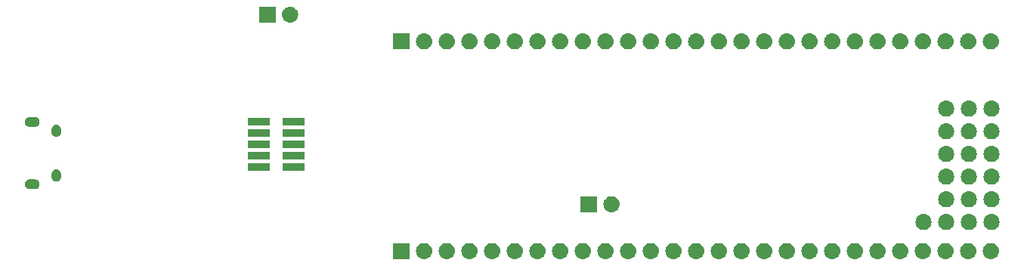
<source format=gbr>
G04 #@! TF.GenerationSoftware,KiCad,Pcbnew,(5.1.2)-1*
G04 #@! TF.CreationDate,2019-11-21T17:45:34-03:00*
G04 #@! TF.ProjectId,M_dulo Stick LPC1769,4df36475-6c6f-4205-9374-69636b204c50,v1.0*
G04 #@! TF.SameCoordinates,Original*
G04 #@! TF.FileFunction,Soldermask,Bot*
G04 #@! TF.FilePolarity,Negative*
%FSLAX46Y46*%
G04 Gerber Fmt 4.6, Leading zero omitted, Abs format (unit mm)*
G04 Created by KiCad (PCBNEW (5.1.2)-1) date 2019-11-21 17:45:34*
%MOMM*%
%LPD*%
G04 APERTURE LIST*
%ADD10C,0.100000*%
G04 APERTURE END LIST*
D10*
G36*
X172270443Y-117105519D02*
G01*
X172336627Y-117112037D01*
X172506466Y-117163557D01*
X172662991Y-117247222D01*
X172698729Y-117276552D01*
X172800186Y-117359814D01*
X172883448Y-117461271D01*
X172912778Y-117497009D01*
X172996443Y-117653534D01*
X173047963Y-117823373D01*
X173065359Y-118000000D01*
X173047963Y-118176627D01*
X172996443Y-118346466D01*
X172912778Y-118502991D01*
X172883448Y-118538729D01*
X172800186Y-118640186D01*
X172698729Y-118723448D01*
X172662991Y-118752778D01*
X172506466Y-118836443D01*
X172336627Y-118887963D01*
X172270442Y-118894482D01*
X172204260Y-118901000D01*
X172115740Y-118901000D01*
X172049558Y-118894482D01*
X171983373Y-118887963D01*
X171813534Y-118836443D01*
X171657009Y-118752778D01*
X171621271Y-118723448D01*
X171519814Y-118640186D01*
X171436552Y-118538729D01*
X171407222Y-118502991D01*
X171323557Y-118346466D01*
X171272037Y-118176627D01*
X171254641Y-118000000D01*
X171272037Y-117823373D01*
X171323557Y-117653534D01*
X171407222Y-117497009D01*
X171436552Y-117461271D01*
X171519814Y-117359814D01*
X171621271Y-117276552D01*
X171657009Y-117247222D01*
X171813534Y-117163557D01*
X171983373Y-117112037D01*
X172049557Y-117105519D01*
X172115740Y-117099000D01*
X172204260Y-117099000D01*
X172270443Y-117105519D01*
X172270443Y-117105519D01*
G37*
G36*
X192590443Y-117105519D02*
G01*
X192656627Y-117112037D01*
X192826466Y-117163557D01*
X192982991Y-117247222D01*
X193018729Y-117276552D01*
X193120186Y-117359814D01*
X193203448Y-117461271D01*
X193232778Y-117497009D01*
X193316443Y-117653534D01*
X193367963Y-117823373D01*
X193385359Y-118000000D01*
X193367963Y-118176627D01*
X193316443Y-118346466D01*
X193232778Y-118502991D01*
X193203448Y-118538729D01*
X193120186Y-118640186D01*
X193018729Y-118723448D01*
X192982991Y-118752778D01*
X192826466Y-118836443D01*
X192656627Y-118887963D01*
X192590442Y-118894482D01*
X192524260Y-118901000D01*
X192435740Y-118901000D01*
X192369558Y-118894482D01*
X192303373Y-118887963D01*
X192133534Y-118836443D01*
X191977009Y-118752778D01*
X191941271Y-118723448D01*
X191839814Y-118640186D01*
X191756552Y-118538729D01*
X191727222Y-118502991D01*
X191643557Y-118346466D01*
X191592037Y-118176627D01*
X191574641Y-118000000D01*
X191592037Y-117823373D01*
X191643557Y-117653534D01*
X191727222Y-117497009D01*
X191756552Y-117461271D01*
X191839814Y-117359814D01*
X191941271Y-117276552D01*
X191977009Y-117247222D01*
X192133534Y-117163557D01*
X192303373Y-117112037D01*
X192369557Y-117105519D01*
X192435740Y-117099000D01*
X192524260Y-117099000D01*
X192590443Y-117105519D01*
X192590443Y-117105519D01*
G37*
G36*
X162901000Y-118901000D02*
G01*
X161099000Y-118901000D01*
X161099000Y-117099000D01*
X162901000Y-117099000D01*
X162901000Y-118901000D01*
X162901000Y-118901000D01*
G37*
G36*
X164650443Y-117105519D02*
G01*
X164716627Y-117112037D01*
X164886466Y-117163557D01*
X165042991Y-117247222D01*
X165078729Y-117276552D01*
X165180186Y-117359814D01*
X165263448Y-117461271D01*
X165292778Y-117497009D01*
X165376443Y-117653534D01*
X165427963Y-117823373D01*
X165445359Y-118000000D01*
X165427963Y-118176627D01*
X165376443Y-118346466D01*
X165292778Y-118502991D01*
X165263448Y-118538729D01*
X165180186Y-118640186D01*
X165078729Y-118723448D01*
X165042991Y-118752778D01*
X164886466Y-118836443D01*
X164716627Y-118887963D01*
X164650442Y-118894482D01*
X164584260Y-118901000D01*
X164495740Y-118901000D01*
X164429558Y-118894482D01*
X164363373Y-118887963D01*
X164193534Y-118836443D01*
X164037009Y-118752778D01*
X164001271Y-118723448D01*
X163899814Y-118640186D01*
X163816552Y-118538729D01*
X163787222Y-118502991D01*
X163703557Y-118346466D01*
X163652037Y-118176627D01*
X163634641Y-118000000D01*
X163652037Y-117823373D01*
X163703557Y-117653534D01*
X163787222Y-117497009D01*
X163816552Y-117461271D01*
X163899814Y-117359814D01*
X164001271Y-117276552D01*
X164037009Y-117247222D01*
X164193534Y-117163557D01*
X164363373Y-117112037D01*
X164429557Y-117105519D01*
X164495740Y-117099000D01*
X164584260Y-117099000D01*
X164650443Y-117105519D01*
X164650443Y-117105519D01*
G37*
G36*
X167190443Y-117105519D02*
G01*
X167256627Y-117112037D01*
X167426466Y-117163557D01*
X167582991Y-117247222D01*
X167618729Y-117276552D01*
X167720186Y-117359814D01*
X167803448Y-117461271D01*
X167832778Y-117497009D01*
X167916443Y-117653534D01*
X167967963Y-117823373D01*
X167985359Y-118000000D01*
X167967963Y-118176627D01*
X167916443Y-118346466D01*
X167832778Y-118502991D01*
X167803448Y-118538729D01*
X167720186Y-118640186D01*
X167618729Y-118723448D01*
X167582991Y-118752778D01*
X167426466Y-118836443D01*
X167256627Y-118887963D01*
X167190442Y-118894482D01*
X167124260Y-118901000D01*
X167035740Y-118901000D01*
X166969558Y-118894482D01*
X166903373Y-118887963D01*
X166733534Y-118836443D01*
X166577009Y-118752778D01*
X166541271Y-118723448D01*
X166439814Y-118640186D01*
X166356552Y-118538729D01*
X166327222Y-118502991D01*
X166243557Y-118346466D01*
X166192037Y-118176627D01*
X166174641Y-118000000D01*
X166192037Y-117823373D01*
X166243557Y-117653534D01*
X166327222Y-117497009D01*
X166356552Y-117461271D01*
X166439814Y-117359814D01*
X166541271Y-117276552D01*
X166577009Y-117247222D01*
X166733534Y-117163557D01*
X166903373Y-117112037D01*
X166969557Y-117105519D01*
X167035740Y-117099000D01*
X167124260Y-117099000D01*
X167190443Y-117105519D01*
X167190443Y-117105519D01*
G37*
G36*
X169730443Y-117105519D02*
G01*
X169796627Y-117112037D01*
X169966466Y-117163557D01*
X170122991Y-117247222D01*
X170158729Y-117276552D01*
X170260186Y-117359814D01*
X170343448Y-117461271D01*
X170372778Y-117497009D01*
X170456443Y-117653534D01*
X170507963Y-117823373D01*
X170525359Y-118000000D01*
X170507963Y-118176627D01*
X170456443Y-118346466D01*
X170372778Y-118502991D01*
X170343448Y-118538729D01*
X170260186Y-118640186D01*
X170158729Y-118723448D01*
X170122991Y-118752778D01*
X169966466Y-118836443D01*
X169796627Y-118887963D01*
X169730442Y-118894482D01*
X169664260Y-118901000D01*
X169575740Y-118901000D01*
X169509558Y-118894482D01*
X169443373Y-118887963D01*
X169273534Y-118836443D01*
X169117009Y-118752778D01*
X169081271Y-118723448D01*
X168979814Y-118640186D01*
X168896552Y-118538729D01*
X168867222Y-118502991D01*
X168783557Y-118346466D01*
X168732037Y-118176627D01*
X168714641Y-118000000D01*
X168732037Y-117823373D01*
X168783557Y-117653534D01*
X168867222Y-117497009D01*
X168896552Y-117461271D01*
X168979814Y-117359814D01*
X169081271Y-117276552D01*
X169117009Y-117247222D01*
X169273534Y-117163557D01*
X169443373Y-117112037D01*
X169509557Y-117105519D01*
X169575740Y-117099000D01*
X169664260Y-117099000D01*
X169730443Y-117105519D01*
X169730443Y-117105519D01*
G37*
G36*
X174810443Y-117105519D02*
G01*
X174876627Y-117112037D01*
X175046466Y-117163557D01*
X175202991Y-117247222D01*
X175238729Y-117276552D01*
X175340186Y-117359814D01*
X175423448Y-117461271D01*
X175452778Y-117497009D01*
X175536443Y-117653534D01*
X175587963Y-117823373D01*
X175605359Y-118000000D01*
X175587963Y-118176627D01*
X175536443Y-118346466D01*
X175452778Y-118502991D01*
X175423448Y-118538729D01*
X175340186Y-118640186D01*
X175238729Y-118723448D01*
X175202991Y-118752778D01*
X175046466Y-118836443D01*
X174876627Y-118887963D01*
X174810442Y-118894482D01*
X174744260Y-118901000D01*
X174655740Y-118901000D01*
X174589558Y-118894482D01*
X174523373Y-118887963D01*
X174353534Y-118836443D01*
X174197009Y-118752778D01*
X174161271Y-118723448D01*
X174059814Y-118640186D01*
X173976552Y-118538729D01*
X173947222Y-118502991D01*
X173863557Y-118346466D01*
X173812037Y-118176627D01*
X173794641Y-118000000D01*
X173812037Y-117823373D01*
X173863557Y-117653534D01*
X173947222Y-117497009D01*
X173976552Y-117461271D01*
X174059814Y-117359814D01*
X174161271Y-117276552D01*
X174197009Y-117247222D01*
X174353534Y-117163557D01*
X174523373Y-117112037D01*
X174589557Y-117105519D01*
X174655740Y-117099000D01*
X174744260Y-117099000D01*
X174810443Y-117105519D01*
X174810443Y-117105519D01*
G37*
G36*
X177350443Y-117105519D02*
G01*
X177416627Y-117112037D01*
X177586466Y-117163557D01*
X177742991Y-117247222D01*
X177778729Y-117276552D01*
X177880186Y-117359814D01*
X177963448Y-117461271D01*
X177992778Y-117497009D01*
X178076443Y-117653534D01*
X178127963Y-117823373D01*
X178145359Y-118000000D01*
X178127963Y-118176627D01*
X178076443Y-118346466D01*
X177992778Y-118502991D01*
X177963448Y-118538729D01*
X177880186Y-118640186D01*
X177778729Y-118723448D01*
X177742991Y-118752778D01*
X177586466Y-118836443D01*
X177416627Y-118887963D01*
X177350442Y-118894482D01*
X177284260Y-118901000D01*
X177195740Y-118901000D01*
X177129558Y-118894482D01*
X177063373Y-118887963D01*
X176893534Y-118836443D01*
X176737009Y-118752778D01*
X176701271Y-118723448D01*
X176599814Y-118640186D01*
X176516552Y-118538729D01*
X176487222Y-118502991D01*
X176403557Y-118346466D01*
X176352037Y-118176627D01*
X176334641Y-118000000D01*
X176352037Y-117823373D01*
X176403557Y-117653534D01*
X176487222Y-117497009D01*
X176516552Y-117461271D01*
X176599814Y-117359814D01*
X176701271Y-117276552D01*
X176737009Y-117247222D01*
X176893534Y-117163557D01*
X177063373Y-117112037D01*
X177129557Y-117105519D01*
X177195740Y-117099000D01*
X177284260Y-117099000D01*
X177350443Y-117105519D01*
X177350443Y-117105519D01*
G37*
G36*
X179890443Y-117105519D02*
G01*
X179956627Y-117112037D01*
X180126466Y-117163557D01*
X180282991Y-117247222D01*
X180318729Y-117276552D01*
X180420186Y-117359814D01*
X180503448Y-117461271D01*
X180532778Y-117497009D01*
X180616443Y-117653534D01*
X180667963Y-117823373D01*
X180685359Y-118000000D01*
X180667963Y-118176627D01*
X180616443Y-118346466D01*
X180532778Y-118502991D01*
X180503448Y-118538729D01*
X180420186Y-118640186D01*
X180318729Y-118723448D01*
X180282991Y-118752778D01*
X180126466Y-118836443D01*
X179956627Y-118887963D01*
X179890442Y-118894482D01*
X179824260Y-118901000D01*
X179735740Y-118901000D01*
X179669558Y-118894482D01*
X179603373Y-118887963D01*
X179433534Y-118836443D01*
X179277009Y-118752778D01*
X179241271Y-118723448D01*
X179139814Y-118640186D01*
X179056552Y-118538729D01*
X179027222Y-118502991D01*
X178943557Y-118346466D01*
X178892037Y-118176627D01*
X178874641Y-118000000D01*
X178892037Y-117823373D01*
X178943557Y-117653534D01*
X179027222Y-117497009D01*
X179056552Y-117461271D01*
X179139814Y-117359814D01*
X179241271Y-117276552D01*
X179277009Y-117247222D01*
X179433534Y-117163557D01*
X179603373Y-117112037D01*
X179669557Y-117105519D01*
X179735740Y-117099000D01*
X179824260Y-117099000D01*
X179890443Y-117105519D01*
X179890443Y-117105519D01*
G37*
G36*
X182430443Y-117105519D02*
G01*
X182496627Y-117112037D01*
X182666466Y-117163557D01*
X182822991Y-117247222D01*
X182858729Y-117276552D01*
X182960186Y-117359814D01*
X183043448Y-117461271D01*
X183072778Y-117497009D01*
X183156443Y-117653534D01*
X183207963Y-117823373D01*
X183225359Y-118000000D01*
X183207963Y-118176627D01*
X183156443Y-118346466D01*
X183072778Y-118502991D01*
X183043448Y-118538729D01*
X182960186Y-118640186D01*
X182858729Y-118723448D01*
X182822991Y-118752778D01*
X182666466Y-118836443D01*
X182496627Y-118887963D01*
X182430442Y-118894482D01*
X182364260Y-118901000D01*
X182275740Y-118901000D01*
X182209558Y-118894482D01*
X182143373Y-118887963D01*
X181973534Y-118836443D01*
X181817009Y-118752778D01*
X181781271Y-118723448D01*
X181679814Y-118640186D01*
X181596552Y-118538729D01*
X181567222Y-118502991D01*
X181483557Y-118346466D01*
X181432037Y-118176627D01*
X181414641Y-118000000D01*
X181432037Y-117823373D01*
X181483557Y-117653534D01*
X181567222Y-117497009D01*
X181596552Y-117461271D01*
X181679814Y-117359814D01*
X181781271Y-117276552D01*
X181817009Y-117247222D01*
X181973534Y-117163557D01*
X182143373Y-117112037D01*
X182209557Y-117105519D01*
X182275740Y-117099000D01*
X182364260Y-117099000D01*
X182430443Y-117105519D01*
X182430443Y-117105519D01*
G37*
G36*
X184970443Y-117105519D02*
G01*
X185036627Y-117112037D01*
X185206466Y-117163557D01*
X185362991Y-117247222D01*
X185398729Y-117276552D01*
X185500186Y-117359814D01*
X185583448Y-117461271D01*
X185612778Y-117497009D01*
X185696443Y-117653534D01*
X185747963Y-117823373D01*
X185765359Y-118000000D01*
X185747963Y-118176627D01*
X185696443Y-118346466D01*
X185612778Y-118502991D01*
X185583448Y-118538729D01*
X185500186Y-118640186D01*
X185398729Y-118723448D01*
X185362991Y-118752778D01*
X185206466Y-118836443D01*
X185036627Y-118887963D01*
X184970442Y-118894482D01*
X184904260Y-118901000D01*
X184815740Y-118901000D01*
X184749558Y-118894482D01*
X184683373Y-118887963D01*
X184513534Y-118836443D01*
X184357009Y-118752778D01*
X184321271Y-118723448D01*
X184219814Y-118640186D01*
X184136552Y-118538729D01*
X184107222Y-118502991D01*
X184023557Y-118346466D01*
X183972037Y-118176627D01*
X183954641Y-118000000D01*
X183972037Y-117823373D01*
X184023557Y-117653534D01*
X184107222Y-117497009D01*
X184136552Y-117461271D01*
X184219814Y-117359814D01*
X184321271Y-117276552D01*
X184357009Y-117247222D01*
X184513534Y-117163557D01*
X184683373Y-117112037D01*
X184749557Y-117105519D01*
X184815740Y-117099000D01*
X184904260Y-117099000D01*
X184970443Y-117105519D01*
X184970443Y-117105519D01*
G37*
G36*
X187510443Y-117105519D02*
G01*
X187576627Y-117112037D01*
X187746466Y-117163557D01*
X187902991Y-117247222D01*
X187938729Y-117276552D01*
X188040186Y-117359814D01*
X188123448Y-117461271D01*
X188152778Y-117497009D01*
X188236443Y-117653534D01*
X188287963Y-117823373D01*
X188305359Y-118000000D01*
X188287963Y-118176627D01*
X188236443Y-118346466D01*
X188152778Y-118502991D01*
X188123448Y-118538729D01*
X188040186Y-118640186D01*
X187938729Y-118723448D01*
X187902991Y-118752778D01*
X187746466Y-118836443D01*
X187576627Y-118887963D01*
X187510442Y-118894482D01*
X187444260Y-118901000D01*
X187355740Y-118901000D01*
X187289558Y-118894482D01*
X187223373Y-118887963D01*
X187053534Y-118836443D01*
X186897009Y-118752778D01*
X186861271Y-118723448D01*
X186759814Y-118640186D01*
X186676552Y-118538729D01*
X186647222Y-118502991D01*
X186563557Y-118346466D01*
X186512037Y-118176627D01*
X186494641Y-118000000D01*
X186512037Y-117823373D01*
X186563557Y-117653534D01*
X186647222Y-117497009D01*
X186676552Y-117461271D01*
X186759814Y-117359814D01*
X186861271Y-117276552D01*
X186897009Y-117247222D01*
X187053534Y-117163557D01*
X187223373Y-117112037D01*
X187289557Y-117105519D01*
X187355740Y-117099000D01*
X187444260Y-117099000D01*
X187510443Y-117105519D01*
X187510443Y-117105519D01*
G37*
G36*
X190050443Y-117105519D02*
G01*
X190116627Y-117112037D01*
X190286466Y-117163557D01*
X190442991Y-117247222D01*
X190478729Y-117276552D01*
X190580186Y-117359814D01*
X190663448Y-117461271D01*
X190692778Y-117497009D01*
X190776443Y-117653534D01*
X190827963Y-117823373D01*
X190845359Y-118000000D01*
X190827963Y-118176627D01*
X190776443Y-118346466D01*
X190692778Y-118502991D01*
X190663448Y-118538729D01*
X190580186Y-118640186D01*
X190478729Y-118723448D01*
X190442991Y-118752778D01*
X190286466Y-118836443D01*
X190116627Y-118887963D01*
X190050442Y-118894482D01*
X189984260Y-118901000D01*
X189895740Y-118901000D01*
X189829558Y-118894482D01*
X189763373Y-118887963D01*
X189593534Y-118836443D01*
X189437009Y-118752778D01*
X189401271Y-118723448D01*
X189299814Y-118640186D01*
X189216552Y-118538729D01*
X189187222Y-118502991D01*
X189103557Y-118346466D01*
X189052037Y-118176627D01*
X189034641Y-118000000D01*
X189052037Y-117823373D01*
X189103557Y-117653534D01*
X189187222Y-117497009D01*
X189216552Y-117461271D01*
X189299814Y-117359814D01*
X189401271Y-117276552D01*
X189437009Y-117247222D01*
X189593534Y-117163557D01*
X189763373Y-117112037D01*
X189829557Y-117105519D01*
X189895740Y-117099000D01*
X189984260Y-117099000D01*
X190050443Y-117105519D01*
X190050443Y-117105519D01*
G37*
G36*
X195130443Y-117105519D02*
G01*
X195196627Y-117112037D01*
X195366466Y-117163557D01*
X195522991Y-117247222D01*
X195558729Y-117276552D01*
X195660186Y-117359814D01*
X195743448Y-117461271D01*
X195772778Y-117497009D01*
X195856443Y-117653534D01*
X195907963Y-117823373D01*
X195925359Y-118000000D01*
X195907963Y-118176627D01*
X195856443Y-118346466D01*
X195772778Y-118502991D01*
X195743448Y-118538729D01*
X195660186Y-118640186D01*
X195558729Y-118723448D01*
X195522991Y-118752778D01*
X195366466Y-118836443D01*
X195196627Y-118887963D01*
X195130442Y-118894482D01*
X195064260Y-118901000D01*
X194975740Y-118901000D01*
X194909558Y-118894482D01*
X194843373Y-118887963D01*
X194673534Y-118836443D01*
X194517009Y-118752778D01*
X194481271Y-118723448D01*
X194379814Y-118640186D01*
X194296552Y-118538729D01*
X194267222Y-118502991D01*
X194183557Y-118346466D01*
X194132037Y-118176627D01*
X194114641Y-118000000D01*
X194132037Y-117823373D01*
X194183557Y-117653534D01*
X194267222Y-117497009D01*
X194296552Y-117461271D01*
X194379814Y-117359814D01*
X194481271Y-117276552D01*
X194517009Y-117247222D01*
X194673534Y-117163557D01*
X194843373Y-117112037D01*
X194909557Y-117105519D01*
X194975740Y-117099000D01*
X195064260Y-117099000D01*
X195130443Y-117105519D01*
X195130443Y-117105519D01*
G37*
G36*
X200210443Y-117105519D02*
G01*
X200276627Y-117112037D01*
X200446466Y-117163557D01*
X200602991Y-117247222D01*
X200638729Y-117276552D01*
X200740186Y-117359814D01*
X200823448Y-117461271D01*
X200852778Y-117497009D01*
X200936443Y-117653534D01*
X200987963Y-117823373D01*
X201005359Y-118000000D01*
X200987963Y-118176627D01*
X200936443Y-118346466D01*
X200852778Y-118502991D01*
X200823448Y-118538729D01*
X200740186Y-118640186D01*
X200638729Y-118723448D01*
X200602991Y-118752778D01*
X200446466Y-118836443D01*
X200276627Y-118887963D01*
X200210442Y-118894482D01*
X200144260Y-118901000D01*
X200055740Y-118901000D01*
X199989558Y-118894482D01*
X199923373Y-118887963D01*
X199753534Y-118836443D01*
X199597009Y-118752778D01*
X199561271Y-118723448D01*
X199459814Y-118640186D01*
X199376552Y-118538729D01*
X199347222Y-118502991D01*
X199263557Y-118346466D01*
X199212037Y-118176627D01*
X199194641Y-118000000D01*
X199212037Y-117823373D01*
X199263557Y-117653534D01*
X199347222Y-117497009D01*
X199376552Y-117461271D01*
X199459814Y-117359814D01*
X199561271Y-117276552D01*
X199597009Y-117247222D01*
X199753534Y-117163557D01*
X199923373Y-117112037D01*
X199989557Y-117105519D01*
X200055740Y-117099000D01*
X200144260Y-117099000D01*
X200210443Y-117105519D01*
X200210443Y-117105519D01*
G37*
G36*
X228150443Y-117105519D02*
G01*
X228216627Y-117112037D01*
X228386466Y-117163557D01*
X228542991Y-117247222D01*
X228578729Y-117276552D01*
X228680186Y-117359814D01*
X228763448Y-117461271D01*
X228792778Y-117497009D01*
X228876443Y-117653534D01*
X228927963Y-117823373D01*
X228945359Y-118000000D01*
X228927963Y-118176627D01*
X228876443Y-118346466D01*
X228792778Y-118502991D01*
X228763448Y-118538729D01*
X228680186Y-118640186D01*
X228578729Y-118723448D01*
X228542991Y-118752778D01*
X228386466Y-118836443D01*
X228216627Y-118887963D01*
X228150442Y-118894482D01*
X228084260Y-118901000D01*
X227995740Y-118901000D01*
X227929558Y-118894482D01*
X227863373Y-118887963D01*
X227693534Y-118836443D01*
X227537009Y-118752778D01*
X227501271Y-118723448D01*
X227399814Y-118640186D01*
X227316552Y-118538729D01*
X227287222Y-118502991D01*
X227203557Y-118346466D01*
X227152037Y-118176627D01*
X227134641Y-118000000D01*
X227152037Y-117823373D01*
X227203557Y-117653534D01*
X227287222Y-117497009D01*
X227316552Y-117461271D01*
X227399814Y-117359814D01*
X227501271Y-117276552D01*
X227537009Y-117247222D01*
X227693534Y-117163557D01*
X227863373Y-117112037D01*
X227929557Y-117105519D01*
X227995740Y-117099000D01*
X228084260Y-117099000D01*
X228150443Y-117105519D01*
X228150443Y-117105519D01*
G37*
G36*
X225610443Y-117105519D02*
G01*
X225676627Y-117112037D01*
X225846466Y-117163557D01*
X226002991Y-117247222D01*
X226038729Y-117276552D01*
X226140186Y-117359814D01*
X226223448Y-117461271D01*
X226252778Y-117497009D01*
X226336443Y-117653534D01*
X226387963Y-117823373D01*
X226405359Y-118000000D01*
X226387963Y-118176627D01*
X226336443Y-118346466D01*
X226252778Y-118502991D01*
X226223448Y-118538729D01*
X226140186Y-118640186D01*
X226038729Y-118723448D01*
X226002991Y-118752778D01*
X225846466Y-118836443D01*
X225676627Y-118887963D01*
X225610442Y-118894482D01*
X225544260Y-118901000D01*
X225455740Y-118901000D01*
X225389558Y-118894482D01*
X225323373Y-118887963D01*
X225153534Y-118836443D01*
X224997009Y-118752778D01*
X224961271Y-118723448D01*
X224859814Y-118640186D01*
X224776552Y-118538729D01*
X224747222Y-118502991D01*
X224663557Y-118346466D01*
X224612037Y-118176627D01*
X224594641Y-118000000D01*
X224612037Y-117823373D01*
X224663557Y-117653534D01*
X224747222Y-117497009D01*
X224776552Y-117461271D01*
X224859814Y-117359814D01*
X224961271Y-117276552D01*
X224997009Y-117247222D01*
X225153534Y-117163557D01*
X225323373Y-117112037D01*
X225389557Y-117105519D01*
X225455740Y-117099000D01*
X225544260Y-117099000D01*
X225610443Y-117105519D01*
X225610443Y-117105519D01*
G37*
G36*
X223070443Y-117105519D02*
G01*
X223136627Y-117112037D01*
X223306466Y-117163557D01*
X223462991Y-117247222D01*
X223498729Y-117276552D01*
X223600186Y-117359814D01*
X223683448Y-117461271D01*
X223712778Y-117497009D01*
X223796443Y-117653534D01*
X223847963Y-117823373D01*
X223865359Y-118000000D01*
X223847963Y-118176627D01*
X223796443Y-118346466D01*
X223712778Y-118502991D01*
X223683448Y-118538729D01*
X223600186Y-118640186D01*
X223498729Y-118723448D01*
X223462991Y-118752778D01*
X223306466Y-118836443D01*
X223136627Y-118887963D01*
X223070442Y-118894482D01*
X223004260Y-118901000D01*
X222915740Y-118901000D01*
X222849558Y-118894482D01*
X222783373Y-118887963D01*
X222613534Y-118836443D01*
X222457009Y-118752778D01*
X222421271Y-118723448D01*
X222319814Y-118640186D01*
X222236552Y-118538729D01*
X222207222Y-118502991D01*
X222123557Y-118346466D01*
X222072037Y-118176627D01*
X222054641Y-118000000D01*
X222072037Y-117823373D01*
X222123557Y-117653534D01*
X222207222Y-117497009D01*
X222236552Y-117461271D01*
X222319814Y-117359814D01*
X222421271Y-117276552D01*
X222457009Y-117247222D01*
X222613534Y-117163557D01*
X222783373Y-117112037D01*
X222849557Y-117105519D01*
X222915740Y-117099000D01*
X223004260Y-117099000D01*
X223070443Y-117105519D01*
X223070443Y-117105519D01*
G37*
G36*
X220530443Y-117105519D02*
G01*
X220596627Y-117112037D01*
X220766466Y-117163557D01*
X220922991Y-117247222D01*
X220958729Y-117276552D01*
X221060186Y-117359814D01*
X221143448Y-117461271D01*
X221172778Y-117497009D01*
X221256443Y-117653534D01*
X221307963Y-117823373D01*
X221325359Y-118000000D01*
X221307963Y-118176627D01*
X221256443Y-118346466D01*
X221172778Y-118502991D01*
X221143448Y-118538729D01*
X221060186Y-118640186D01*
X220958729Y-118723448D01*
X220922991Y-118752778D01*
X220766466Y-118836443D01*
X220596627Y-118887963D01*
X220530442Y-118894482D01*
X220464260Y-118901000D01*
X220375740Y-118901000D01*
X220309558Y-118894482D01*
X220243373Y-118887963D01*
X220073534Y-118836443D01*
X219917009Y-118752778D01*
X219881271Y-118723448D01*
X219779814Y-118640186D01*
X219696552Y-118538729D01*
X219667222Y-118502991D01*
X219583557Y-118346466D01*
X219532037Y-118176627D01*
X219514641Y-118000000D01*
X219532037Y-117823373D01*
X219583557Y-117653534D01*
X219667222Y-117497009D01*
X219696552Y-117461271D01*
X219779814Y-117359814D01*
X219881271Y-117276552D01*
X219917009Y-117247222D01*
X220073534Y-117163557D01*
X220243373Y-117112037D01*
X220309557Y-117105519D01*
X220375740Y-117099000D01*
X220464260Y-117099000D01*
X220530443Y-117105519D01*
X220530443Y-117105519D01*
G37*
G36*
X217990443Y-117105519D02*
G01*
X218056627Y-117112037D01*
X218226466Y-117163557D01*
X218382991Y-117247222D01*
X218418729Y-117276552D01*
X218520186Y-117359814D01*
X218603448Y-117461271D01*
X218632778Y-117497009D01*
X218716443Y-117653534D01*
X218767963Y-117823373D01*
X218785359Y-118000000D01*
X218767963Y-118176627D01*
X218716443Y-118346466D01*
X218632778Y-118502991D01*
X218603448Y-118538729D01*
X218520186Y-118640186D01*
X218418729Y-118723448D01*
X218382991Y-118752778D01*
X218226466Y-118836443D01*
X218056627Y-118887963D01*
X217990442Y-118894482D01*
X217924260Y-118901000D01*
X217835740Y-118901000D01*
X217769558Y-118894482D01*
X217703373Y-118887963D01*
X217533534Y-118836443D01*
X217377009Y-118752778D01*
X217341271Y-118723448D01*
X217239814Y-118640186D01*
X217156552Y-118538729D01*
X217127222Y-118502991D01*
X217043557Y-118346466D01*
X216992037Y-118176627D01*
X216974641Y-118000000D01*
X216992037Y-117823373D01*
X217043557Y-117653534D01*
X217127222Y-117497009D01*
X217156552Y-117461271D01*
X217239814Y-117359814D01*
X217341271Y-117276552D01*
X217377009Y-117247222D01*
X217533534Y-117163557D01*
X217703373Y-117112037D01*
X217769557Y-117105519D01*
X217835740Y-117099000D01*
X217924260Y-117099000D01*
X217990443Y-117105519D01*
X217990443Y-117105519D01*
G37*
G36*
X215450443Y-117105519D02*
G01*
X215516627Y-117112037D01*
X215686466Y-117163557D01*
X215842991Y-117247222D01*
X215878729Y-117276552D01*
X215980186Y-117359814D01*
X216063448Y-117461271D01*
X216092778Y-117497009D01*
X216176443Y-117653534D01*
X216227963Y-117823373D01*
X216245359Y-118000000D01*
X216227963Y-118176627D01*
X216176443Y-118346466D01*
X216092778Y-118502991D01*
X216063448Y-118538729D01*
X215980186Y-118640186D01*
X215878729Y-118723448D01*
X215842991Y-118752778D01*
X215686466Y-118836443D01*
X215516627Y-118887963D01*
X215450442Y-118894482D01*
X215384260Y-118901000D01*
X215295740Y-118901000D01*
X215229558Y-118894482D01*
X215163373Y-118887963D01*
X214993534Y-118836443D01*
X214837009Y-118752778D01*
X214801271Y-118723448D01*
X214699814Y-118640186D01*
X214616552Y-118538729D01*
X214587222Y-118502991D01*
X214503557Y-118346466D01*
X214452037Y-118176627D01*
X214434641Y-118000000D01*
X214452037Y-117823373D01*
X214503557Y-117653534D01*
X214587222Y-117497009D01*
X214616552Y-117461271D01*
X214699814Y-117359814D01*
X214801271Y-117276552D01*
X214837009Y-117247222D01*
X214993534Y-117163557D01*
X215163373Y-117112037D01*
X215229557Y-117105519D01*
X215295740Y-117099000D01*
X215384260Y-117099000D01*
X215450443Y-117105519D01*
X215450443Y-117105519D01*
G37*
G36*
X197670443Y-117105519D02*
G01*
X197736627Y-117112037D01*
X197906466Y-117163557D01*
X198062991Y-117247222D01*
X198098729Y-117276552D01*
X198200186Y-117359814D01*
X198283448Y-117461271D01*
X198312778Y-117497009D01*
X198396443Y-117653534D01*
X198447963Y-117823373D01*
X198465359Y-118000000D01*
X198447963Y-118176627D01*
X198396443Y-118346466D01*
X198312778Y-118502991D01*
X198283448Y-118538729D01*
X198200186Y-118640186D01*
X198098729Y-118723448D01*
X198062991Y-118752778D01*
X197906466Y-118836443D01*
X197736627Y-118887963D01*
X197670442Y-118894482D01*
X197604260Y-118901000D01*
X197515740Y-118901000D01*
X197449558Y-118894482D01*
X197383373Y-118887963D01*
X197213534Y-118836443D01*
X197057009Y-118752778D01*
X197021271Y-118723448D01*
X196919814Y-118640186D01*
X196836552Y-118538729D01*
X196807222Y-118502991D01*
X196723557Y-118346466D01*
X196672037Y-118176627D01*
X196654641Y-118000000D01*
X196672037Y-117823373D01*
X196723557Y-117653534D01*
X196807222Y-117497009D01*
X196836552Y-117461271D01*
X196919814Y-117359814D01*
X197021271Y-117276552D01*
X197057009Y-117247222D01*
X197213534Y-117163557D01*
X197383373Y-117112037D01*
X197449557Y-117105519D01*
X197515740Y-117099000D01*
X197604260Y-117099000D01*
X197670443Y-117105519D01*
X197670443Y-117105519D01*
G37*
G36*
X210370443Y-117105519D02*
G01*
X210436627Y-117112037D01*
X210606466Y-117163557D01*
X210762991Y-117247222D01*
X210798729Y-117276552D01*
X210900186Y-117359814D01*
X210983448Y-117461271D01*
X211012778Y-117497009D01*
X211096443Y-117653534D01*
X211147963Y-117823373D01*
X211165359Y-118000000D01*
X211147963Y-118176627D01*
X211096443Y-118346466D01*
X211012778Y-118502991D01*
X210983448Y-118538729D01*
X210900186Y-118640186D01*
X210798729Y-118723448D01*
X210762991Y-118752778D01*
X210606466Y-118836443D01*
X210436627Y-118887963D01*
X210370442Y-118894482D01*
X210304260Y-118901000D01*
X210215740Y-118901000D01*
X210149558Y-118894482D01*
X210083373Y-118887963D01*
X209913534Y-118836443D01*
X209757009Y-118752778D01*
X209721271Y-118723448D01*
X209619814Y-118640186D01*
X209536552Y-118538729D01*
X209507222Y-118502991D01*
X209423557Y-118346466D01*
X209372037Y-118176627D01*
X209354641Y-118000000D01*
X209372037Y-117823373D01*
X209423557Y-117653534D01*
X209507222Y-117497009D01*
X209536552Y-117461271D01*
X209619814Y-117359814D01*
X209721271Y-117276552D01*
X209757009Y-117247222D01*
X209913534Y-117163557D01*
X210083373Y-117112037D01*
X210149557Y-117105519D01*
X210215740Y-117099000D01*
X210304260Y-117099000D01*
X210370443Y-117105519D01*
X210370443Y-117105519D01*
G37*
G36*
X207830443Y-117105519D02*
G01*
X207896627Y-117112037D01*
X208066466Y-117163557D01*
X208222991Y-117247222D01*
X208258729Y-117276552D01*
X208360186Y-117359814D01*
X208443448Y-117461271D01*
X208472778Y-117497009D01*
X208556443Y-117653534D01*
X208607963Y-117823373D01*
X208625359Y-118000000D01*
X208607963Y-118176627D01*
X208556443Y-118346466D01*
X208472778Y-118502991D01*
X208443448Y-118538729D01*
X208360186Y-118640186D01*
X208258729Y-118723448D01*
X208222991Y-118752778D01*
X208066466Y-118836443D01*
X207896627Y-118887963D01*
X207830442Y-118894482D01*
X207764260Y-118901000D01*
X207675740Y-118901000D01*
X207609558Y-118894482D01*
X207543373Y-118887963D01*
X207373534Y-118836443D01*
X207217009Y-118752778D01*
X207181271Y-118723448D01*
X207079814Y-118640186D01*
X206996552Y-118538729D01*
X206967222Y-118502991D01*
X206883557Y-118346466D01*
X206832037Y-118176627D01*
X206814641Y-118000000D01*
X206832037Y-117823373D01*
X206883557Y-117653534D01*
X206967222Y-117497009D01*
X206996552Y-117461271D01*
X207079814Y-117359814D01*
X207181271Y-117276552D01*
X207217009Y-117247222D01*
X207373534Y-117163557D01*
X207543373Y-117112037D01*
X207609557Y-117105519D01*
X207675740Y-117099000D01*
X207764260Y-117099000D01*
X207830443Y-117105519D01*
X207830443Y-117105519D01*
G37*
G36*
X205290443Y-117105519D02*
G01*
X205356627Y-117112037D01*
X205526466Y-117163557D01*
X205682991Y-117247222D01*
X205718729Y-117276552D01*
X205820186Y-117359814D01*
X205903448Y-117461271D01*
X205932778Y-117497009D01*
X206016443Y-117653534D01*
X206067963Y-117823373D01*
X206085359Y-118000000D01*
X206067963Y-118176627D01*
X206016443Y-118346466D01*
X205932778Y-118502991D01*
X205903448Y-118538729D01*
X205820186Y-118640186D01*
X205718729Y-118723448D01*
X205682991Y-118752778D01*
X205526466Y-118836443D01*
X205356627Y-118887963D01*
X205290442Y-118894482D01*
X205224260Y-118901000D01*
X205135740Y-118901000D01*
X205069558Y-118894482D01*
X205003373Y-118887963D01*
X204833534Y-118836443D01*
X204677009Y-118752778D01*
X204641271Y-118723448D01*
X204539814Y-118640186D01*
X204456552Y-118538729D01*
X204427222Y-118502991D01*
X204343557Y-118346466D01*
X204292037Y-118176627D01*
X204274641Y-118000000D01*
X204292037Y-117823373D01*
X204343557Y-117653534D01*
X204427222Y-117497009D01*
X204456552Y-117461271D01*
X204539814Y-117359814D01*
X204641271Y-117276552D01*
X204677009Y-117247222D01*
X204833534Y-117163557D01*
X205003373Y-117112037D01*
X205069557Y-117105519D01*
X205135740Y-117099000D01*
X205224260Y-117099000D01*
X205290443Y-117105519D01*
X205290443Y-117105519D01*
G37*
G36*
X202750443Y-117105519D02*
G01*
X202816627Y-117112037D01*
X202986466Y-117163557D01*
X203142991Y-117247222D01*
X203178729Y-117276552D01*
X203280186Y-117359814D01*
X203363448Y-117461271D01*
X203392778Y-117497009D01*
X203476443Y-117653534D01*
X203527963Y-117823373D01*
X203545359Y-118000000D01*
X203527963Y-118176627D01*
X203476443Y-118346466D01*
X203392778Y-118502991D01*
X203363448Y-118538729D01*
X203280186Y-118640186D01*
X203178729Y-118723448D01*
X203142991Y-118752778D01*
X202986466Y-118836443D01*
X202816627Y-118887963D01*
X202750442Y-118894482D01*
X202684260Y-118901000D01*
X202595740Y-118901000D01*
X202529558Y-118894482D01*
X202463373Y-118887963D01*
X202293534Y-118836443D01*
X202137009Y-118752778D01*
X202101271Y-118723448D01*
X201999814Y-118640186D01*
X201916552Y-118538729D01*
X201887222Y-118502991D01*
X201803557Y-118346466D01*
X201752037Y-118176627D01*
X201734641Y-118000000D01*
X201752037Y-117823373D01*
X201803557Y-117653534D01*
X201887222Y-117497009D01*
X201916552Y-117461271D01*
X201999814Y-117359814D01*
X202101271Y-117276552D01*
X202137009Y-117247222D01*
X202293534Y-117163557D01*
X202463373Y-117112037D01*
X202529557Y-117105519D01*
X202595740Y-117099000D01*
X202684260Y-117099000D01*
X202750443Y-117105519D01*
X202750443Y-117105519D01*
G37*
G36*
X212910443Y-117105519D02*
G01*
X212976627Y-117112037D01*
X213146466Y-117163557D01*
X213302991Y-117247222D01*
X213338729Y-117276552D01*
X213440186Y-117359814D01*
X213523448Y-117461271D01*
X213552778Y-117497009D01*
X213636443Y-117653534D01*
X213687963Y-117823373D01*
X213705359Y-118000000D01*
X213687963Y-118176627D01*
X213636443Y-118346466D01*
X213552778Y-118502991D01*
X213523448Y-118538729D01*
X213440186Y-118640186D01*
X213338729Y-118723448D01*
X213302991Y-118752778D01*
X213146466Y-118836443D01*
X212976627Y-118887963D01*
X212910442Y-118894482D01*
X212844260Y-118901000D01*
X212755740Y-118901000D01*
X212689558Y-118894482D01*
X212623373Y-118887963D01*
X212453534Y-118836443D01*
X212297009Y-118752778D01*
X212261271Y-118723448D01*
X212159814Y-118640186D01*
X212076552Y-118538729D01*
X212047222Y-118502991D01*
X211963557Y-118346466D01*
X211912037Y-118176627D01*
X211894641Y-118000000D01*
X211912037Y-117823373D01*
X211963557Y-117653534D01*
X212047222Y-117497009D01*
X212076552Y-117461271D01*
X212159814Y-117359814D01*
X212261271Y-117276552D01*
X212297009Y-117247222D01*
X212453534Y-117163557D01*
X212623373Y-117112037D01*
X212689557Y-117105519D01*
X212755740Y-117099000D01*
X212844260Y-117099000D01*
X212910443Y-117105519D01*
X212910443Y-117105519D01*
G37*
G36*
X220610442Y-113835518D02*
G01*
X220676627Y-113842037D01*
X220846466Y-113893557D01*
X221002991Y-113977222D01*
X221038729Y-114006552D01*
X221140186Y-114089814D01*
X221223448Y-114191271D01*
X221252778Y-114227009D01*
X221336443Y-114383534D01*
X221387963Y-114553373D01*
X221405359Y-114730000D01*
X221387963Y-114906627D01*
X221336443Y-115076466D01*
X221252778Y-115232991D01*
X221223448Y-115268729D01*
X221140186Y-115370186D01*
X221038729Y-115453448D01*
X221002991Y-115482778D01*
X220846466Y-115566443D01*
X220676627Y-115617963D01*
X220610442Y-115624482D01*
X220544260Y-115631000D01*
X220455740Y-115631000D01*
X220389558Y-115624482D01*
X220323373Y-115617963D01*
X220153534Y-115566443D01*
X219997009Y-115482778D01*
X219961271Y-115453448D01*
X219859814Y-115370186D01*
X219776552Y-115268729D01*
X219747222Y-115232991D01*
X219663557Y-115076466D01*
X219612037Y-114906627D01*
X219594641Y-114730000D01*
X219612037Y-114553373D01*
X219663557Y-114383534D01*
X219747222Y-114227009D01*
X219776552Y-114191271D01*
X219859814Y-114089814D01*
X219961271Y-114006552D01*
X219997009Y-113977222D01*
X220153534Y-113893557D01*
X220323373Y-113842037D01*
X220389558Y-113835518D01*
X220455740Y-113829000D01*
X220544260Y-113829000D01*
X220610442Y-113835518D01*
X220610442Y-113835518D01*
G37*
G36*
X225690442Y-113835518D02*
G01*
X225756627Y-113842037D01*
X225926466Y-113893557D01*
X226082991Y-113977222D01*
X226118729Y-114006552D01*
X226220186Y-114089814D01*
X226303448Y-114191271D01*
X226332778Y-114227009D01*
X226416443Y-114383534D01*
X226467963Y-114553373D01*
X226485359Y-114730000D01*
X226467963Y-114906627D01*
X226416443Y-115076466D01*
X226332778Y-115232991D01*
X226303448Y-115268729D01*
X226220186Y-115370186D01*
X226118729Y-115453448D01*
X226082991Y-115482778D01*
X225926466Y-115566443D01*
X225756627Y-115617963D01*
X225690442Y-115624482D01*
X225624260Y-115631000D01*
X225535740Y-115631000D01*
X225469558Y-115624482D01*
X225403373Y-115617963D01*
X225233534Y-115566443D01*
X225077009Y-115482778D01*
X225041271Y-115453448D01*
X224939814Y-115370186D01*
X224856552Y-115268729D01*
X224827222Y-115232991D01*
X224743557Y-115076466D01*
X224692037Y-114906627D01*
X224674641Y-114730000D01*
X224692037Y-114553373D01*
X224743557Y-114383534D01*
X224827222Y-114227009D01*
X224856552Y-114191271D01*
X224939814Y-114089814D01*
X225041271Y-114006552D01*
X225077009Y-113977222D01*
X225233534Y-113893557D01*
X225403373Y-113842037D01*
X225469558Y-113835518D01*
X225535740Y-113829000D01*
X225624260Y-113829000D01*
X225690442Y-113835518D01*
X225690442Y-113835518D01*
G37*
G36*
X223150442Y-113835518D02*
G01*
X223216627Y-113842037D01*
X223386466Y-113893557D01*
X223542991Y-113977222D01*
X223578729Y-114006552D01*
X223680186Y-114089814D01*
X223763448Y-114191271D01*
X223792778Y-114227009D01*
X223876443Y-114383534D01*
X223927963Y-114553373D01*
X223945359Y-114730000D01*
X223927963Y-114906627D01*
X223876443Y-115076466D01*
X223792778Y-115232991D01*
X223763448Y-115268729D01*
X223680186Y-115370186D01*
X223578729Y-115453448D01*
X223542991Y-115482778D01*
X223386466Y-115566443D01*
X223216627Y-115617963D01*
X223150442Y-115624482D01*
X223084260Y-115631000D01*
X222995740Y-115631000D01*
X222929558Y-115624482D01*
X222863373Y-115617963D01*
X222693534Y-115566443D01*
X222537009Y-115482778D01*
X222501271Y-115453448D01*
X222399814Y-115370186D01*
X222316552Y-115268729D01*
X222287222Y-115232991D01*
X222203557Y-115076466D01*
X222152037Y-114906627D01*
X222134641Y-114730000D01*
X222152037Y-114553373D01*
X222203557Y-114383534D01*
X222287222Y-114227009D01*
X222316552Y-114191271D01*
X222399814Y-114089814D01*
X222501271Y-114006552D01*
X222537009Y-113977222D01*
X222693534Y-113893557D01*
X222863373Y-113842037D01*
X222929558Y-113835518D01*
X222995740Y-113829000D01*
X223084260Y-113829000D01*
X223150442Y-113835518D01*
X223150442Y-113835518D01*
G37*
G36*
X228230442Y-113835518D02*
G01*
X228296627Y-113842037D01*
X228466466Y-113893557D01*
X228622991Y-113977222D01*
X228658729Y-114006552D01*
X228760186Y-114089814D01*
X228843448Y-114191271D01*
X228872778Y-114227009D01*
X228956443Y-114383534D01*
X229007963Y-114553373D01*
X229025359Y-114730000D01*
X229007963Y-114906627D01*
X228956443Y-115076466D01*
X228872778Y-115232991D01*
X228843448Y-115268729D01*
X228760186Y-115370186D01*
X228658729Y-115453448D01*
X228622991Y-115482778D01*
X228466466Y-115566443D01*
X228296627Y-115617963D01*
X228230442Y-115624482D01*
X228164260Y-115631000D01*
X228075740Y-115631000D01*
X228009558Y-115624482D01*
X227943373Y-115617963D01*
X227773534Y-115566443D01*
X227617009Y-115482778D01*
X227581271Y-115453448D01*
X227479814Y-115370186D01*
X227396552Y-115268729D01*
X227367222Y-115232991D01*
X227283557Y-115076466D01*
X227232037Y-114906627D01*
X227214641Y-114730000D01*
X227232037Y-114553373D01*
X227283557Y-114383534D01*
X227367222Y-114227009D01*
X227396552Y-114191271D01*
X227479814Y-114089814D01*
X227581271Y-114006552D01*
X227617009Y-113977222D01*
X227773534Y-113893557D01*
X227943373Y-113842037D01*
X228009558Y-113835518D01*
X228075740Y-113829000D01*
X228164260Y-113829000D01*
X228230442Y-113835518D01*
X228230442Y-113835518D01*
G37*
G36*
X183901000Y-113651000D02*
G01*
X182099000Y-113651000D01*
X182099000Y-111849000D01*
X183901000Y-111849000D01*
X183901000Y-113651000D01*
X183901000Y-113651000D01*
G37*
G36*
X185650443Y-111855519D02*
G01*
X185716627Y-111862037D01*
X185886466Y-111913557D01*
X186042991Y-111997222D01*
X186062671Y-112013373D01*
X186180186Y-112109814D01*
X186245992Y-112190000D01*
X186292778Y-112247009D01*
X186376443Y-112403534D01*
X186427963Y-112573373D01*
X186445359Y-112750000D01*
X186427963Y-112926627D01*
X186376443Y-113096466D01*
X186292778Y-113252991D01*
X186263448Y-113288729D01*
X186180186Y-113390186D01*
X186078729Y-113473448D01*
X186042991Y-113502778D01*
X185886466Y-113586443D01*
X185716627Y-113637963D01*
X185650443Y-113644481D01*
X185584260Y-113651000D01*
X185495740Y-113651000D01*
X185429557Y-113644481D01*
X185363373Y-113637963D01*
X185193534Y-113586443D01*
X185037009Y-113502778D01*
X185001271Y-113473448D01*
X184899814Y-113390186D01*
X184816552Y-113288729D01*
X184787222Y-113252991D01*
X184703557Y-113096466D01*
X184652037Y-112926627D01*
X184634641Y-112750000D01*
X184652037Y-112573373D01*
X184703557Y-112403534D01*
X184787222Y-112247009D01*
X184834008Y-112190000D01*
X184899814Y-112109814D01*
X185017329Y-112013373D01*
X185037009Y-111997222D01*
X185193534Y-111913557D01*
X185363373Y-111862037D01*
X185429557Y-111855519D01*
X185495740Y-111849000D01*
X185584260Y-111849000D01*
X185650443Y-111855519D01*
X185650443Y-111855519D01*
G37*
G36*
X225690442Y-111295518D02*
G01*
X225756627Y-111302037D01*
X225926466Y-111353557D01*
X226082991Y-111437222D01*
X226118729Y-111466552D01*
X226220186Y-111549814D01*
X226303448Y-111651271D01*
X226332778Y-111687009D01*
X226416443Y-111843534D01*
X226467963Y-112013373D01*
X226485359Y-112190000D01*
X226467963Y-112366627D01*
X226416443Y-112536466D01*
X226332778Y-112692991D01*
X226303448Y-112728729D01*
X226220186Y-112830186D01*
X226118729Y-112913448D01*
X226082991Y-112942778D01*
X225926466Y-113026443D01*
X225756627Y-113077963D01*
X225690442Y-113084482D01*
X225624260Y-113091000D01*
X225535740Y-113091000D01*
X225469558Y-113084482D01*
X225403373Y-113077963D01*
X225233534Y-113026443D01*
X225077009Y-112942778D01*
X225041271Y-112913448D01*
X224939814Y-112830186D01*
X224856552Y-112728729D01*
X224827222Y-112692991D01*
X224743557Y-112536466D01*
X224692037Y-112366627D01*
X224674641Y-112190000D01*
X224692037Y-112013373D01*
X224743557Y-111843534D01*
X224827222Y-111687009D01*
X224856552Y-111651271D01*
X224939814Y-111549814D01*
X225041271Y-111466552D01*
X225077009Y-111437222D01*
X225233534Y-111353557D01*
X225403373Y-111302037D01*
X225469558Y-111295518D01*
X225535740Y-111289000D01*
X225624260Y-111289000D01*
X225690442Y-111295518D01*
X225690442Y-111295518D01*
G37*
G36*
X223150442Y-111295518D02*
G01*
X223216627Y-111302037D01*
X223386466Y-111353557D01*
X223542991Y-111437222D01*
X223578729Y-111466552D01*
X223680186Y-111549814D01*
X223763448Y-111651271D01*
X223792778Y-111687009D01*
X223876443Y-111843534D01*
X223927963Y-112013373D01*
X223945359Y-112190000D01*
X223927963Y-112366627D01*
X223876443Y-112536466D01*
X223792778Y-112692991D01*
X223763448Y-112728729D01*
X223680186Y-112830186D01*
X223578729Y-112913448D01*
X223542991Y-112942778D01*
X223386466Y-113026443D01*
X223216627Y-113077963D01*
X223150442Y-113084482D01*
X223084260Y-113091000D01*
X222995740Y-113091000D01*
X222929558Y-113084482D01*
X222863373Y-113077963D01*
X222693534Y-113026443D01*
X222537009Y-112942778D01*
X222501271Y-112913448D01*
X222399814Y-112830186D01*
X222316552Y-112728729D01*
X222287222Y-112692991D01*
X222203557Y-112536466D01*
X222152037Y-112366627D01*
X222134641Y-112190000D01*
X222152037Y-112013373D01*
X222203557Y-111843534D01*
X222287222Y-111687009D01*
X222316552Y-111651271D01*
X222399814Y-111549814D01*
X222501271Y-111466552D01*
X222537009Y-111437222D01*
X222693534Y-111353557D01*
X222863373Y-111302037D01*
X222929558Y-111295518D01*
X222995740Y-111289000D01*
X223084260Y-111289000D01*
X223150442Y-111295518D01*
X223150442Y-111295518D01*
G37*
G36*
X228230442Y-111295518D02*
G01*
X228296627Y-111302037D01*
X228466466Y-111353557D01*
X228622991Y-111437222D01*
X228658729Y-111466552D01*
X228760186Y-111549814D01*
X228843448Y-111651271D01*
X228872778Y-111687009D01*
X228956443Y-111843534D01*
X229007963Y-112013373D01*
X229025359Y-112190000D01*
X229007963Y-112366627D01*
X228956443Y-112536466D01*
X228872778Y-112692991D01*
X228843448Y-112728729D01*
X228760186Y-112830186D01*
X228658729Y-112913448D01*
X228622991Y-112942778D01*
X228466466Y-113026443D01*
X228296627Y-113077963D01*
X228230442Y-113084482D01*
X228164260Y-113091000D01*
X228075740Y-113091000D01*
X228009558Y-113084482D01*
X227943373Y-113077963D01*
X227773534Y-113026443D01*
X227617009Y-112942778D01*
X227581271Y-112913448D01*
X227479814Y-112830186D01*
X227396552Y-112728729D01*
X227367222Y-112692991D01*
X227283557Y-112536466D01*
X227232037Y-112366627D01*
X227214641Y-112190000D01*
X227232037Y-112013373D01*
X227283557Y-111843534D01*
X227367222Y-111687009D01*
X227396552Y-111651271D01*
X227479814Y-111549814D01*
X227581271Y-111466552D01*
X227617009Y-111437222D01*
X227773534Y-111353557D01*
X227943373Y-111302037D01*
X228009558Y-111295518D01*
X228075740Y-111289000D01*
X228164260Y-111289000D01*
X228230442Y-111295518D01*
X228230442Y-111295518D01*
G37*
G36*
X121033015Y-109956973D02*
G01*
X121136879Y-109988479D01*
X121151821Y-109996466D01*
X121232600Y-110039643D01*
X121316501Y-110108499D01*
X121385357Y-110192400D01*
X121421995Y-110260945D01*
X121436521Y-110288121D01*
X121468027Y-110391985D01*
X121478666Y-110500000D01*
X121468027Y-110608015D01*
X121436521Y-110711879D01*
X121436519Y-110711882D01*
X121385357Y-110807600D01*
X121316501Y-110891501D01*
X121232600Y-110960357D01*
X121164055Y-110996995D01*
X121136879Y-111011521D01*
X121033015Y-111043027D01*
X120952067Y-111051000D01*
X120347933Y-111051000D01*
X120266985Y-111043027D01*
X120163121Y-111011521D01*
X120135945Y-110996995D01*
X120067400Y-110960357D01*
X119983499Y-110891501D01*
X119914643Y-110807600D01*
X119863481Y-110711882D01*
X119863479Y-110711879D01*
X119831973Y-110608015D01*
X119821334Y-110500000D01*
X119831973Y-110391985D01*
X119863479Y-110288121D01*
X119878005Y-110260945D01*
X119914643Y-110192400D01*
X119983499Y-110108499D01*
X120067400Y-110039643D01*
X120148179Y-109996466D01*
X120163121Y-109988479D01*
X120266985Y-109956973D01*
X120347933Y-109949000D01*
X120952067Y-109949000D01*
X121033015Y-109956973D01*
X121033015Y-109956973D01*
G37*
G36*
X228230443Y-108755519D02*
G01*
X228296627Y-108762037D01*
X228466466Y-108813557D01*
X228622991Y-108897222D01*
X228639208Y-108910531D01*
X228760186Y-109009814D01*
X228843448Y-109111271D01*
X228872778Y-109147009D01*
X228956443Y-109303534D01*
X229007963Y-109473373D01*
X229025359Y-109650000D01*
X229007963Y-109826627D01*
X228956443Y-109996466D01*
X228872778Y-110152991D01*
X228860141Y-110168389D01*
X228760186Y-110290186D01*
X228658729Y-110373448D01*
X228622991Y-110402778D01*
X228466466Y-110486443D01*
X228296627Y-110537963D01*
X228230442Y-110544482D01*
X228164260Y-110551000D01*
X228075740Y-110551000D01*
X228009558Y-110544482D01*
X227943373Y-110537963D01*
X227773534Y-110486443D01*
X227617009Y-110402778D01*
X227581271Y-110373448D01*
X227479814Y-110290186D01*
X227379859Y-110168389D01*
X227367222Y-110152991D01*
X227283557Y-109996466D01*
X227232037Y-109826627D01*
X227214641Y-109650000D01*
X227232037Y-109473373D01*
X227283557Y-109303534D01*
X227367222Y-109147009D01*
X227396552Y-109111271D01*
X227479814Y-109009814D01*
X227600792Y-108910531D01*
X227617009Y-108897222D01*
X227773534Y-108813557D01*
X227943373Y-108762037D01*
X228009557Y-108755519D01*
X228075740Y-108749000D01*
X228164260Y-108749000D01*
X228230443Y-108755519D01*
X228230443Y-108755519D01*
G37*
G36*
X225690443Y-108755519D02*
G01*
X225756627Y-108762037D01*
X225926466Y-108813557D01*
X226082991Y-108897222D01*
X226099208Y-108910531D01*
X226220186Y-109009814D01*
X226303448Y-109111271D01*
X226332778Y-109147009D01*
X226416443Y-109303534D01*
X226467963Y-109473373D01*
X226485359Y-109650000D01*
X226467963Y-109826627D01*
X226416443Y-109996466D01*
X226332778Y-110152991D01*
X226320141Y-110168389D01*
X226220186Y-110290186D01*
X226118729Y-110373448D01*
X226082991Y-110402778D01*
X225926466Y-110486443D01*
X225756627Y-110537963D01*
X225690442Y-110544482D01*
X225624260Y-110551000D01*
X225535740Y-110551000D01*
X225469558Y-110544482D01*
X225403373Y-110537963D01*
X225233534Y-110486443D01*
X225077009Y-110402778D01*
X225041271Y-110373448D01*
X224939814Y-110290186D01*
X224839859Y-110168389D01*
X224827222Y-110152991D01*
X224743557Y-109996466D01*
X224692037Y-109826627D01*
X224674641Y-109650000D01*
X224692037Y-109473373D01*
X224743557Y-109303534D01*
X224827222Y-109147009D01*
X224856552Y-109111271D01*
X224939814Y-109009814D01*
X225060792Y-108910531D01*
X225077009Y-108897222D01*
X225233534Y-108813557D01*
X225403373Y-108762037D01*
X225469557Y-108755519D01*
X225535740Y-108749000D01*
X225624260Y-108749000D01*
X225690443Y-108755519D01*
X225690443Y-108755519D01*
G37*
G36*
X223150443Y-108755519D02*
G01*
X223216627Y-108762037D01*
X223386466Y-108813557D01*
X223542991Y-108897222D01*
X223559208Y-108910531D01*
X223680186Y-109009814D01*
X223763448Y-109111271D01*
X223792778Y-109147009D01*
X223876443Y-109303534D01*
X223927963Y-109473373D01*
X223945359Y-109650000D01*
X223927963Y-109826627D01*
X223876443Y-109996466D01*
X223792778Y-110152991D01*
X223780141Y-110168389D01*
X223680186Y-110290186D01*
X223578729Y-110373448D01*
X223542991Y-110402778D01*
X223386466Y-110486443D01*
X223216627Y-110537963D01*
X223150442Y-110544482D01*
X223084260Y-110551000D01*
X222995740Y-110551000D01*
X222929558Y-110544482D01*
X222863373Y-110537963D01*
X222693534Y-110486443D01*
X222537009Y-110402778D01*
X222501271Y-110373448D01*
X222399814Y-110290186D01*
X222299859Y-110168389D01*
X222287222Y-110152991D01*
X222203557Y-109996466D01*
X222152037Y-109826627D01*
X222134641Y-109650000D01*
X222152037Y-109473373D01*
X222203557Y-109303534D01*
X222287222Y-109147009D01*
X222316552Y-109111271D01*
X222399814Y-109009814D01*
X222520792Y-108910531D01*
X222537009Y-108897222D01*
X222693534Y-108813557D01*
X222863373Y-108762037D01*
X222929557Y-108755519D01*
X222995740Y-108749000D01*
X223084260Y-108749000D01*
X223150443Y-108755519D01*
X223150443Y-108755519D01*
G37*
G36*
X123453113Y-108831611D02*
G01*
X123552264Y-108861688D01*
X123643644Y-108910531D01*
X123723738Y-108976262D01*
X123789469Y-109056356D01*
X123838312Y-109147735D01*
X123868389Y-109246886D01*
X123876000Y-109324161D01*
X123876000Y-109675838D01*
X123868389Y-109753113D01*
X123838312Y-109852264D01*
X123789469Y-109943644D01*
X123723738Y-110023738D01*
X123643644Y-110089469D01*
X123552265Y-110138312D01*
X123453114Y-110168389D01*
X123350000Y-110178545D01*
X123246887Y-110168389D01*
X123147736Y-110138312D01*
X123056357Y-110089469D01*
X122976263Y-110023738D01*
X122910532Y-109943644D01*
X122861689Y-109852266D01*
X122851663Y-109819215D01*
X122831611Y-109753114D01*
X122824000Y-109675839D01*
X122824000Y-109324162D01*
X122831611Y-109246887D01*
X122861688Y-109147736D01*
X122910531Y-109056356D01*
X122976262Y-108976262D01*
X123056356Y-108910531D01*
X123147735Y-108861688D01*
X123246886Y-108831611D01*
X123350000Y-108821455D01*
X123453113Y-108831611D01*
X123453113Y-108831611D01*
G37*
G36*
X147301000Y-108961000D02*
G01*
X144799000Y-108961000D01*
X144799000Y-108119000D01*
X147301000Y-108119000D01*
X147301000Y-108961000D01*
X147301000Y-108961000D01*
G37*
G36*
X151201000Y-108961000D02*
G01*
X148699000Y-108961000D01*
X148699000Y-108119000D01*
X151201000Y-108119000D01*
X151201000Y-108961000D01*
X151201000Y-108961000D01*
G37*
G36*
X228230442Y-106215518D02*
G01*
X228296627Y-106222037D01*
X228466466Y-106273557D01*
X228622991Y-106357222D01*
X228658729Y-106386552D01*
X228760186Y-106469814D01*
X228843448Y-106571271D01*
X228872778Y-106607009D01*
X228956443Y-106763534D01*
X229007963Y-106933373D01*
X229025359Y-107110000D01*
X229007963Y-107286627D01*
X228956443Y-107456466D01*
X228872778Y-107612991D01*
X228843448Y-107648729D01*
X228760186Y-107750186D01*
X228658729Y-107833448D01*
X228622991Y-107862778D01*
X228466466Y-107946443D01*
X228296627Y-107997963D01*
X228230442Y-108004482D01*
X228164260Y-108011000D01*
X228075740Y-108011000D01*
X228009558Y-108004482D01*
X227943373Y-107997963D01*
X227773534Y-107946443D01*
X227617009Y-107862778D01*
X227581271Y-107833448D01*
X227479814Y-107750186D01*
X227396552Y-107648729D01*
X227367222Y-107612991D01*
X227283557Y-107456466D01*
X227232037Y-107286627D01*
X227214641Y-107110000D01*
X227232037Y-106933373D01*
X227283557Y-106763534D01*
X227367222Y-106607009D01*
X227396552Y-106571271D01*
X227479814Y-106469814D01*
X227581271Y-106386552D01*
X227617009Y-106357222D01*
X227773534Y-106273557D01*
X227943373Y-106222037D01*
X228009558Y-106215518D01*
X228075740Y-106209000D01*
X228164260Y-106209000D01*
X228230442Y-106215518D01*
X228230442Y-106215518D01*
G37*
G36*
X223150442Y-106215518D02*
G01*
X223216627Y-106222037D01*
X223386466Y-106273557D01*
X223542991Y-106357222D01*
X223578729Y-106386552D01*
X223680186Y-106469814D01*
X223763448Y-106571271D01*
X223792778Y-106607009D01*
X223876443Y-106763534D01*
X223927963Y-106933373D01*
X223945359Y-107110000D01*
X223927963Y-107286627D01*
X223876443Y-107456466D01*
X223792778Y-107612991D01*
X223763448Y-107648729D01*
X223680186Y-107750186D01*
X223578729Y-107833448D01*
X223542991Y-107862778D01*
X223386466Y-107946443D01*
X223216627Y-107997963D01*
X223150442Y-108004482D01*
X223084260Y-108011000D01*
X222995740Y-108011000D01*
X222929558Y-108004482D01*
X222863373Y-107997963D01*
X222693534Y-107946443D01*
X222537009Y-107862778D01*
X222501271Y-107833448D01*
X222399814Y-107750186D01*
X222316552Y-107648729D01*
X222287222Y-107612991D01*
X222203557Y-107456466D01*
X222152037Y-107286627D01*
X222134641Y-107110000D01*
X222152037Y-106933373D01*
X222203557Y-106763534D01*
X222287222Y-106607009D01*
X222316552Y-106571271D01*
X222399814Y-106469814D01*
X222501271Y-106386552D01*
X222537009Y-106357222D01*
X222693534Y-106273557D01*
X222863373Y-106222037D01*
X222929558Y-106215518D01*
X222995740Y-106209000D01*
X223084260Y-106209000D01*
X223150442Y-106215518D01*
X223150442Y-106215518D01*
G37*
G36*
X225690442Y-106215518D02*
G01*
X225756627Y-106222037D01*
X225926466Y-106273557D01*
X226082991Y-106357222D01*
X226118729Y-106386552D01*
X226220186Y-106469814D01*
X226303448Y-106571271D01*
X226332778Y-106607009D01*
X226416443Y-106763534D01*
X226467963Y-106933373D01*
X226485359Y-107110000D01*
X226467963Y-107286627D01*
X226416443Y-107456466D01*
X226332778Y-107612991D01*
X226303448Y-107648729D01*
X226220186Y-107750186D01*
X226118729Y-107833448D01*
X226082991Y-107862778D01*
X225926466Y-107946443D01*
X225756627Y-107997963D01*
X225690442Y-108004482D01*
X225624260Y-108011000D01*
X225535740Y-108011000D01*
X225469558Y-108004482D01*
X225403373Y-107997963D01*
X225233534Y-107946443D01*
X225077009Y-107862778D01*
X225041271Y-107833448D01*
X224939814Y-107750186D01*
X224856552Y-107648729D01*
X224827222Y-107612991D01*
X224743557Y-107456466D01*
X224692037Y-107286627D01*
X224674641Y-107110000D01*
X224692037Y-106933373D01*
X224743557Y-106763534D01*
X224827222Y-106607009D01*
X224856552Y-106571271D01*
X224939814Y-106469814D01*
X225041271Y-106386552D01*
X225077009Y-106357222D01*
X225233534Y-106273557D01*
X225403373Y-106222037D01*
X225469558Y-106215518D01*
X225535740Y-106209000D01*
X225624260Y-106209000D01*
X225690442Y-106215518D01*
X225690442Y-106215518D01*
G37*
G36*
X147301000Y-107691000D02*
G01*
X144799000Y-107691000D01*
X144799000Y-106849000D01*
X147301000Y-106849000D01*
X147301000Y-107691000D01*
X147301000Y-107691000D01*
G37*
G36*
X151201000Y-107691000D02*
G01*
X148699000Y-107691000D01*
X148699000Y-106849000D01*
X151201000Y-106849000D01*
X151201000Y-107691000D01*
X151201000Y-107691000D01*
G37*
G36*
X147301000Y-106421000D02*
G01*
X144799000Y-106421000D01*
X144799000Y-105579000D01*
X147301000Y-105579000D01*
X147301000Y-106421000D01*
X147301000Y-106421000D01*
G37*
G36*
X151201000Y-106421000D02*
G01*
X148699000Y-106421000D01*
X148699000Y-105579000D01*
X151201000Y-105579000D01*
X151201000Y-106421000D01*
X151201000Y-106421000D01*
G37*
G36*
X228230442Y-103675518D02*
G01*
X228296627Y-103682037D01*
X228466466Y-103733557D01*
X228622991Y-103817222D01*
X228640524Y-103831611D01*
X228760186Y-103929814D01*
X228827240Y-104011521D01*
X228872778Y-104067009D01*
X228956443Y-104223534D01*
X229007963Y-104393373D01*
X229025359Y-104570000D01*
X229007963Y-104746627D01*
X228956443Y-104916466D01*
X228872778Y-105072991D01*
X228843448Y-105108729D01*
X228760186Y-105210186D01*
X228658729Y-105293448D01*
X228622991Y-105322778D01*
X228466466Y-105406443D01*
X228296627Y-105457963D01*
X228230442Y-105464482D01*
X228164260Y-105471000D01*
X228075740Y-105471000D01*
X228009557Y-105464481D01*
X227943373Y-105457963D01*
X227773534Y-105406443D01*
X227617009Y-105322778D01*
X227581271Y-105293448D01*
X227479814Y-105210186D01*
X227396552Y-105108729D01*
X227367222Y-105072991D01*
X227283557Y-104916466D01*
X227232037Y-104746627D01*
X227214641Y-104570000D01*
X227232037Y-104393373D01*
X227283557Y-104223534D01*
X227367222Y-104067009D01*
X227412760Y-104011521D01*
X227479814Y-103929814D01*
X227599476Y-103831611D01*
X227617009Y-103817222D01*
X227773534Y-103733557D01*
X227943373Y-103682037D01*
X228009558Y-103675518D01*
X228075740Y-103669000D01*
X228164260Y-103669000D01*
X228230442Y-103675518D01*
X228230442Y-103675518D01*
G37*
G36*
X223150442Y-103675518D02*
G01*
X223216627Y-103682037D01*
X223386466Y-103733557D01*
X223542991Y-103817222D01*
X223560524Y-103831611D01*
X223680186Y-103929814D01*
X223747240Y-104011521D01*
X223792778Y-104067009D01*
X223876443Y-104223534D01*
X223927963Y-104393373D01*
X223945359Y-104570000D01*
X223927963Y-104746627D01*
X223876443Y-104916466D01*
X223792778Y-105072991D01*
X223763448Y-105108729D01*
X223680186Y-105210186D01*
X223578729Y-105293448D01*
X223542991Y-105322778D01*
X223386466Y-105406443D01*
X223216627Y-105457963D01*
X223150442Y-105464482D01*
X223084260Y-105471000D01*
X222995740Y-105471000D01*
X222929557Y-105464481D01*
X222863373Y-105457963D01*
X222693534Y-105406443D01*
X222537009Y-105322778D01*
X222501271Y-105293448D01*
X222399814Y-105210186D01*
X222316552Y-105108729D01*
X222287222Y-105072991D01*
X222203557Y-104916466D01*
X222152037Y-104746627D01*
X222134641Y-104570000D01*
X222152037Y-104393373D01*
X222203557Y-104223534D01*
X222287222Y-104067009D01*
X222332760Y-104011521D01*
X222399814Y-103929814D01*
X222519476Y-103831611D01*
X222537009Y-103817222D01*
X222693534Y-103733557D01*
X222863373Y-103682037D01*
X222929558Y-103675518D01*
X222995740Y-103669000D01*
X223084260Y-103669000D01*
X223150442Y-103675518D01*
X223150442Y-103675518D01*
G37*
G36*
X225690442Y-103675518D02*
G01*
X225756627Y-103682037D01*
X225926466Y-103733557D01*
X226082991Y-103817222D01*
X226100524Y-103831611D01*
X226220186Y-103929814D01*
X226287240Y-104011521D01*
X226332778Y-104067009D01*
X226416443Y-104223534D01*
X226467963Y-104393373D01*
X226485359Y-104570000D01*
X226467963Y-104746627D01*
X226416443Y-104916466D01*
X226332778Y-105072991D01*
X226303448Y-105108729D01*
X226220186Y-105210186D01*
X226118729Y-105293448D01*
X226082991Y-105322778D01*
X225926466Y-105406443D01*
X225756627Y-105457963D01*
X225690442Y-105464482D01*
X225624260Y-105471000D01*
X225535740Y-105471000D01*
X225469557Y-105464481D01*
X225403373Y-105457963D01*
X225233534Y-105406443D01*
X225077009Y-105322778D01*
X225041271Y-105293448D01*
X224939814Y-105210186D01*
X224856552Y-105108729D01*
X224827222Y-105072991D01*
X224743557Y-104916466D01*
X224692037Y-104746627D01*
X224674641Y-104570000D01*
X224692037Y-104393373D01*
X224743557Y-104223534D01*
X224827222Y-104067009D01*
X224872760Y-104011521D01*
X224939814Y-103929814D01*
X225059476Y-103831611D01*
X225077009Y-103817222D01*
X225233534Y-103733557D01*
X225403373Y-103682037D01*
X225469558Y-103675518D01*
X225535740Y-103669000D01*
X225624260Y-103669000D01*
X225690442Y-103675518D01*
X225690442Y-103675518D01*
G37*
G36*
X123453113Y-103831611D02*
G01*
X123552264Y-103861688D01*
X123643644Y-103910531D01*
X123723738Y-103976262D01*
X123789469Y-104056356D01*
X123838312Y-104147735D01*
X123868389Y-104246886D01*
X123876000Y-104324161D01*
X123876000Y-104675838D01*
X123868389Y-104753113D01*
X123838312Y-104852264D01*
X123789469Y-104943644D01*
X123723738Y-105023738D01*
X123643644Y-105089469D01*
X123552265Y-105138312D01*
X123453114Y-105168389D01*
X123350000Y-105178545D01*
X123246887Y-105168389D01*
X123147736Y-105138312D01*
X123056357Y-105089469D01*
X122976263Y-105023738D01*
X122910532Y-104943644D01*
X122896005Y-104916466D01*
X122861689Y-104852266D01*
X122851663Y-104819215D01*
X122831611Y-104753114D01*
X122824000Y-104675839D01*
X122824000Y-104324162D01*
X122831611Y-104246887D01*
X122861688Y-104147736D01*
X122910531Y-104056356D01*
X122976262Y-103976262D01*
X123056356Y-103910531D01*
X123147735Y-103861688D01*
X123246886Y-103831611D01*
X123350000Y-103821455D01*
X123453113Y-103831611D01*
X123453113Y-103831611D01*
G37*
G36*
X151201000Y-105151000D02*
G01*
X148699000Y-105151000D01*
X148699000Y-104309000D01*
X151201000Y-104309000D01*
X151201000Y-105151000D01*
X151201000Y-105151000D01*
G37*
G36*
X147301000Y-105151000D02*
G01*
X144799000Y-105151000D01*
X144799000Y-104309000D01*
X147301000Y-104309000D01*
X147301000Y-105151000D01*
X147301000Y-105151000D01*
G37*
G36*
X121033015Y-102956973D02*
G01*
X121136879Y-102988479D01*
X121164055Y-103003005D01*
X121232600Y-103039643D01*
X121316501Y-103108499D01*
X121385357Y-103192400D01*
X121421995Y-103260945D01*
X121436521Y-103288121D01*
X121468027Y-103391985D01*
X121478666Y-103500000D01*
X121468027Y-103608015D01*
X121436521Y-103711879D01*
X121436519Y-103711882D01*
X121385357Y-103807600D01*
X121316501Y-103891501D01*
X121232600Y-103960357D01*
X121164055Y-103996995D01*
X121136879Y-104011521D01*
X121033015Y-104043027D01*
X120952067Y-104051000D01*
X120347933Y-104051000D01*
X120266985Y-104043027D01*
X120163121Y-104011521D01*
X120135945Y-103996995D01*
X120067400Y-103960357D01*
X119983499Y-103891501D01*
X119914643Y-103807600D01*
X119863481Y-103711882D01*
X119863479Y-103711879D01*
X119831973Y-103608015D01*
X119821334Y-103500000D01*
X119831973Y-103391985D01*
X119863479Y-103288121D01*
X119878005Y-103260945D01*
X119914643Y-103192400D01*
X119983499Y-103108499D01*
X120067400Y-103039643D01*
X120135945Y-103003005D01*
X120163121Y-102988479D01*
X120266985Y-102956973D01*
X120347933Y-102949000D01*
X120952067Y-102949000D01*
X121033015Y-102956973D01*
X121033015Y-102956973D01*
G37*
G36*
X147301000Y-103881000D02*
G01*
X144799000Y-103881000D01*
X144799000Y-103039000D01*
X147301000Y-103039000D01*
X147301000Y-103881000D01*
X147301000Y-103881000D01*
G37*
G36*
X151201000Y-103881000D02*
G01*
X148699000Y-103881000D01*
X148699000Y-103039000D01*
X151201000Y-103039000D01*
X151201000Y-103881000D01*
X151201000Y-103881000D01*
G37*
G36*
X228230442Y-101135518D02*
G01*
X228296627Y-101142037D01*
X228466466Y-101193557D01*
X228622991Y-101277222D01*
X228658729Y-101306552D01*
X228760186Y-101389814D01*
X228843448Y-101491271D01*
X228872778Y-101527009D01*
X228956443Y-101683534D01*
X229007963Y-101853373D01*
X229025359Y-102030000D01*
X229007963Y-102206627D01*
X228956443Y-102376466D01*
X228872778Y-102532991D01*
X228843448Y-102568729D01*
X228760186Y-102670186D01*
X228658729Y-102753448D01*
X228622991Y-102782778D01*
X228466466Y-102866443D01*
X228296627Y-102917963D01*
X228230443Y-102924481D01*
X228164260Y-102931000D01*
X228075740Y-102931000D01*
X228009558Y-102924482D01*
X227943373Y-102917963D01*
X227773534Y-102866443D01*
X227617009Y-102782778D01*
X227581271Y-102753448D01*
X227479814Y-102670186D01*
X227396552Y-102568729D01*
X227367222Y-102532991D01*
X227283557Y-102376466D01*
X227232037Y-102206627D01*
X227214641Y-102030000D01*
X227232037Y-101853373D01*
X227283557Y-101683534D01*
X227367222Y-101527009D01*
X227396552Y-101491271D01*
X227479814Y-101389814D01*
X227581271Y-101306552D01*
X227617009Y-101277222D01*
X227773534Y-101193557D01*
X227943373Y-101142037D01*
X228009557Y-101135519D01*
X228075740Y-101129000D01*
X228164260Y-101129000D01*
X228230442Y-101135518D01*
X228230442Y-101135518D01*
G37*
G36*
X225690442Y-101135518D02*
G01*
X225756627Y-101142037D01*
X225926466Y-101193557D01*
X226082991Y-101277222D01*
X226118729Y-101306552D01*
X226220186Y-101389814D01*
X226303448Y-101491271D01*
X226332778Y-101527009D01*
X226416443Y-101683534D01*
X226467963Y-101853373D01*
X226485359Y-102030000D01*
X226467963Y-102206627D01*
X226416443Y-102376466D01*
X226332778Y-102532991D01*
X226303448Y-102568729D01*
X226220186Y-102670186D01*
X226118729Y-102753448D01*
X226082991Y-102782778D01*
X225926466Y-102866443D01*
X225756627Y-102917963D01*
X225690443Y-102924481D01*
X225624260Y-102931000D01*
X225535740Y-102931000D01*
X225469558Y-102924482D01*
X225403373Y-102917963D01*
X225233534Y-102866443D01*
X225077009Y-102782778D01*
X225041271Y-102753448D01*
X224939814Y-102670186D01*
X224856552Y-102568729D01*
X224827222Y-102532991D01*
X224743557Y-102376466D01*
X224692037Y-102206627D01*
X224674641Y-102030000D01*
X224692037Y-101853373D01*
X224743557Y-101683534D01*
X224827222Y-101527009D01*
X224856552Y-101491271D01*
X224939814Y-101389814D01*
X225041271Y-101306552D01*
X225077009Y-101277222D01*
X225233534Y-101193557D01*
X225403373Y-101142037D01*
X225469557Y-101135519D01*
X225535740Y-101129000D01*
X225624260Y-101129000D01*
X225690442Y-101135518D01*
X225690442Y-101135518D01*
G37*
G36*
X223150442Y-101135518D02*
G01*
X223216627Y-101142037D01*
X223386466Y-101193557D01*
X223542991Y-101277222D01*
X223578729Y-101306552D01*
X223680186Y-101389814D01*
X223763448Y-101491271D01*
X223792778Y-101527009D01*
X223876443Y-101683534D01*
X223927963Y-101853373D01*
X223945359Y-102030000D01*
X223927963Y-102206627D01*
X223876443Y-102376466D01*
X223792778Y-102532991D01*
X223763448Y-102568729D01*
X223680186Y-102670186D01*
X223578729Y-102753448D01*
X223542991Y-102782778D01*
X223386466Y-102866443D01*
X223216627Y-102917963D01*
X223150443Y-102924481D01*
X223084260Y-102931000D01*
X222995740Y-102931000D01*
X222929558Y-102924482D01*
X222863373Y-102917963D01*
X222693534Y-102866443D01*
X222537009Y-102782778D01*
X222501271Y-102753448D01*
X222399814Y-102670186D01*
X222316552Y-102568729D01*
X222287222Y-102532991D01*
X222203557Y-102376466D01*
X222152037Y-102206627D01*
X222134641Y-102030000D01*
X222152037Y-101853373D01*
X222203557Y-101683534D01*
X222287222Y-101527009D01*
X222316552Y-101491271D01*
X222399814Y-101389814D01*
X222501271Y-101306552D01*
X222537009Y-101277222D01*
X222693534Y-101193557D01*
X222863373Y-101142037D01*
X222929557Y-101135519D01*
X222995740Y-101129000D01*
X223084260Y-101129000D01*
X223150442Y-101135518D01*
X223150442Y-101135518D01*
G37*
G36*
X210370442Y-93605518D02*
G01*
X210436627Y-93612037D01*
X210606466Y-93663557D01*
X210762991Y-93747222D01*
X210798729Y-93776552D01*
X210900186Y-93859814D01*
X210983448Y-93961271D01*
X211012778Y-93997009D01*
X211096443Y-94153534D01*
X211147963Y-94323373D01*
X211165359Y-94500000D01*
X211147963Y-94676627D01*
X211096443Y-94846466D01*
X211012778Y-95002991D01*
X210983448Y-95038729D01*
X210900186Y-95140186D01*
X210798729Y-95223448D01*
X210762991Y-95252778D01*
X210606466Y-95336443D01*
X210436627Y-95387963D01*
X210370442Y-95394482D01*
X210304260Y-95401000D01*
X210215740Y-95401000D01*
X210149558Y-95394482D01*
X210083373Y-95387963D01*
X209913534Y-95336443D01*
X209757009Y-95252778D01*
X209721271Y-95223448D01*
X209619814Y-95140186D01*
X209536552Y-95038729D01*
X209507222Y-95002991D01*
X209423557Y-94846466D01*
X209372037Y-94676627D01*
X209354641Y-94500000D01*
X209372037Y-94323373D01*
X209423557Y-94153534D01*
X209507222Y-93997009D01*
X209536552Y-93961271D01*
X209619814Y-93859814D01*
X209721271Y-93776552D01*
X209757009Y-93747222D01*
X209913534Y-93663557D01*
X210083373Y-93612037D01*
X210149558Y-93605518D01*
X210215740Y-93599000D01*
X210304260Y-93599000D01*
X210370442Y-93605518D01*
X210370442Y-93605518D01*
G37*
G36*
X192590442Y-93605518D02*
G01*
X192656627Y-93612037D01*
X192826466Y-93663557D01*
X192982991Y-93747222D01*
X193018729Y-93776552D01*
X193120186Y-93859814D01*
X193203448Y-93961271D01*
X193232778Y-93997009D01*
X193316443Y-94153534D01*
X193367963Y-94323373D01*
X193385359Y-94500000D01*
X193367963Y-94676627D01*
X193316443Y-94846466D01*
X193232778Y-95002991D01*
X193203448Y-95038729D01*
X193120186Y-95140186D01*
X193018729Y-95223448D01*
X192982991Y-95252778D01*
X192826466Y-95336443D01*
X192656627Y-95387963D01*
X192590442Y-95394482D01*
X192524260Y-95401000D01*
X192435740Y-95401000D01*
X192369558Y-95394482D01*
X192303373Y-95387963D01*
X192133534Y-95336443D01*
X191977009Y-95252778D01*
X191941271Y-95223448D01*
X191839814Y-95140186D01*
X191756552Y-95038729D01*
X191727222Y-95002991D01*
X191643557Y-94846466D01*
X191592037Y-94676627D01*
X191574641Y-94500000D01*
X191592037Y-94323373D01*
X191643557Y-94153534D01*
X191727222Y-93997009D01*
X191756552Y-93961271D01*
X191839814Y-93859814D01*
X191941271Y-93776552D01*
X191977009Y-93747222D01*
X192133534Y-93663557D01*
X192303373Y-93612037D01*
X192369558Y-93605518D01*
X192435740Y-93599000D01*
X192524260Y-93599000D01*
X192590442Y-93605518D01*
X192590442Y-93605518D01*
G37*
G36*
X190050442Y-93605518D02*
G01*
X190116627Y-93612037D01*
X190286466Y-93663557D01*
X190442991Y-93747222D01*
X190478729Y-93776552D01*
X190580186Y-93859814D01*
X190663448Y-93961271D01*
X190692778Y-93997009D01*
X190776443Y-94153534D01*
X190827963Y-94323373D01*
X190845359Y-94500000D01*
X190827963Y-94676627D01*
X190776443Y-94846466D01*
X190692778Y-95002991D01*
X190663448Y-95038729D01*
X190580186Y-95140186D01*
X190478729Y-95223448D01*
X190442991Y-95252778D01*
X190286466Y-95336443D01*
X190116627Y-95387963D01*
X190050442Y-95394482D01*
X189984260Y-95401000D01*
X189895740Y-95401000D01*
X189829558Y-95394482D01*
X189763373Y-95387963D01*
X189593534Y-95336443D01*
X189437009Y-95252778D01*
X189401271Y-95223448D01*
X189299814Y-95140186D01*
X189216552Y-95038729D01*
X189187222Y-95002991D01*
X189103557Y-94846466D01*
X189052037Y-94676627D01*
X189034641Y-94500000D01*
X189052037Y-94323373D01*
X189103557Y-94153534D01*
X189187222Y-93997009D01*
X189216552Y-93961271D01*
X189299814Y-93859814D01*
X189401271Y-93776552D01*
X189437009Y-93747222D01*
X189593534Y-93663557D01*
X189763373Y-93612037D01*
X189829558Y-93605518D01*
X189895740Y-93599000D01*
X189984260Y-93599000D01*
X190050442Y-93605518D01*
X190050442Y-93605518D01*
G37*
G36*
X187510442Y-93605518D02*
G01*
X187576627Y-93612037D01*
X187746466Y-93663557D01*
X187902991Y-93747222D01*
X187938729Y-93776552D01*
X188040186Y-93859814D01*
X188123448Y-93961271D01*
X188152778Y-93997009D01*
X188236443Y-94153534D01*
X188287963Y-94323373D01*
X188305359Y-94500000D01*
X188287963Y-94676627D01*
X188236443Y-94846466D01*
X188152778Y-95002991D01*
X188123448Y-95038729D01*
X188040186Y-95140186D01*
X187938729Y-95223448D01*
X187902991Y-95252778D01*
X187746466Y-95336443D01*
X187576627Y-95387963D01*
X187510442Y-95394482D01*
X187444260Y-95401000D01*
X187355740Y-95401000D01*
X187289558Y-95394482D01*
X187223373Y-95387963D01*
X187053534Y-95336443D01*
X186897009Y-95252778D01*
X186861271Y-95223448D01*
X186759814Y-95140186D01*
X186676552Y-95038729D01*
X186647222Y-95002991D01*
X186563557Y-94846466D01*
X186512037Y-94676627D01*
X186494641Y-94500000D01*
X186512037Y-94323373D01*
X186563557Y-94153534D01*
X186647222Y-93997009D01*
X186676552Y-93961271D01*
X186759814Y-93859814D01*
X186861271Y-93776552D01*
X186897009Y-93747222D01*
X187053534Y-93663557D01*
X187223373Y-93612037D01*
X187289558Y-93605518D01*
X187355740Y-93599000D01*
X187444260Y-93599000D01*
X187510442Y-93605518D01*
X187510442Y-93605518D01*
G37*
G36*
X184970442Y-93605518D02*
G01*
X185036627Y-93612037D01*
X185206466Y-93663557D01*
X185362991Y-93747222D01*
X185398729Y-93776552D01*
X185500186Y-93859814D01*
X185583448Y-93961271D01*
X185612778Y-93997009D01*
X185696443Y-94153534D01*
X185747963Y-94323373D01*
X185765359Y-94500000D01*
X185747963Y-94676627D01*
X185696443Y-94846466D01*
X185612778Y-95002991D01*
X185583448Y-95038729D01*
X185500186Y-95140186D01*
X185398729Y-95223448D01*
X185362991Y-95252778D01*
X185206466Y-95336443D01*
X185036627Y-95387963D01*
X184970442Y-95394482D01*
X184904260Y-95401000D01*
X184815740Y-95401000D01*
X184749558Y-95394482D01*
X184683373Y-95387963D01*
X184513534Y-95336443D01*
X184357009Y-95252778D01*
X184321271Y-95223448D01*
X184219814Y-95140186D01*
X184136552Y-95038729D01*
X184107222Y-95002991D01*
X184023557Y-94846466D01*
X183972037Y-94676627D01*
X183954641Y-94500000D01*
X183972037Y-94323373D01*
X184023557Y-94153534D01*
X184107222Y-93997009D01*
X184136552Y-93961271D01*
X184219814Y-93859814D01*
X184321271Y-93776552D01*
X184357009Y-93747222D01*
X184513534Y-93663557D01*
X184683373Y-93612037D01*
X184749558Y-93605518D01*
X184815740Y-93599000D01*
X184904260Y-93599000D01*
X184970442Y-93605518D01*
X184970442Y-93605518D01*
G37*
G36*
X182430442Y-93605518D02*
G01*
X182496627Y-93612037D01*
X182666466Y-93663557D01*
X182822991Y-93747222D01*
X182858729Y-93776552D01*
X182960186Y-93859814D01*
X183043448Y-93961271D01*
X183072778Y-93997009D01*
X183156443Y-94153534D01*
X183207963Y-94323373D01*
X183225359Y-94500000D01*
X183207963Y-94676627D01*
X183156443Y-94846466D01*
X183072778Y-95002991D01*
X183043448Y-95038729D01*
X182960186Y-95140186D01*
X182858729Y-95223448D01*
X182822991Y-95252778D01*
X182666466Y-95336443D01*
X182496627Y-95387963D01*
X182430442Y-95394482D01*
X182364260Y-95401000D01*
X182275740Y-95401000D01*
X182209558Y-95394482D01*
X182143373Y-95387963D01*
X181973534Y-95336443D01*
X181817009Y-95252778D01*
X181781271Y-95223448D01*
X181679814Y-95140186D01*
X181596552Y-95038729D01*
X181567222Y-95002991D01*
X181483557Y-94846466D01*
X181432037Y-94676627D01*
X181414641Y-94500000D01*
X181432037Y-94323373D01*
X181483557Y-94153534D01*
X181567222Y-93997009D01*
X181596552Y-93961271D01*
X181679814Y-93859814D01*
X181781271Y-93776552D01*
X181817009Y-93747222D01*
X181973534Y-93663557D01*
X182143373Y-93612037D01*
X182209558Y-93605518D01*
X182275740Y-93599000D01*
X182364260Y-93599000D01*
X182430442Y-93605518D01*
X182430442Y-93605518D01*
G37*
G36*
X179890442Y-93605518D02*
G01*
X179956627Y-93612037D01*
X180126466Y-93663557D01*
X180282991Y-93747222D01*
X180318729Y-93776552D01*
X180420186Y-93859814D01*
X180503448Y-93961271D01*
X180532778Y-93997009D01*
X180616443Y-94153534D01*
X180667963Y-94323373D01*
X180685359Y-94500000D01*
X180667963Y-94676627D01*
X180616443Y-94846466D01*
X180532778Y-95002991D01*
X180503448Y-95038729D01*
X180420186Y-95140186D01*
X180318729Y-95223448D01*
X180282991Y-95252778D01*
X180126466Y-95336443D01*
X179956627Y-95387963D01*
X179890442Y-95394482D01*
X179824260Y-95401000D01*
X179735740Y-95401000D01*
X179669558Y-95394482D01*
X179603373Y-95387963D01*
X179433534Y-95336443D01*
X179277009Y-95252778D01*
X179241271Y-95223448D01*
X179139814Y-95140186D01*
X179056552Y-95038729D01*
X179027222Y-95002991D01*
X178943557Y-94846466D01*
X178892037Y-94676627D01*
X178874641Y-94500000D01*
X178892037Y-94323373D01*
X178943557Y-94153534D01*
X179027222Y-93997009D01*
X179056552Y-93961271D01*
X179139814Y-93859814D01*
X179241271Y-93776552D01*
X179277009Y-93747222D01*
X179433534Y-93663557D01*
X179603373Y-93612037D01*
X179669558Y-93605518D01*
X179735740Y-93599000D01*
X179824260Y-93599000D01*
X179890442Y-93605518D01*
X179890442Y-93605518D01*
G37*
G36*
X177350442Y-93605518D02*
G01*
X177416627Y-93612037D01*
X177586466Y-93663557D01*
X177742991Y-93747222D01*
X177778729Y-93776552D01*
X177880186Y-93859814D01*
X177963448Y-93961271D01*
X177992778Y-93997009D01*
X178076443Y-94153534D01*
X178127963Y-94323373D01*
X178145359Y-94500000D01*
X178127963Y-94676627D01*
X178076443Y-94846466D01*
X177992778Y-95002991D01*
X177963448Y-95038729D01*
X177880186Y-95140186D01*
X177778729Y-95223448D01*
X177742991Y-95252778D01*
X177586466Y-95336443D01*
X177416627Y-95387963D01*
X177350442Y-95394482D01*
X177284260Y-95401000D01*
X177195740Y-95401000D01*
X177129558Y-95394482D01*
X177063373Y-95387963D01*
X176893534Y-95336443D01*
X176737009Y-95252778D01*
X176701271Y-95223448D01*
X176599814Y-95140186D01*
X176516552Y-95038729D01*
X176487222Y-95002991D01*
X176403557Y-94846466D01*
X176352037Y-94676627D01*
X176334641Y-94500000D01*
X176352037Y-94323373D01*
X176403557Y-94153534D01*
X176487222Y-93997009D01*
X176516552Y-93961271D01*
X176599814Y-93859814D01*
X176701271Y-93776552D01*
X176737009Y-93747222D01*
X176893534Y-93663557D01*
X177063373Y-93612037D01*
X177129558Y-93605518D01*
X177195740Y-93599000D01*
X177284260Y-93599000D01*
X177350442Y-93605518D01*
X177350442Y-93605518D01*
G37*
G36*
X172270442Y-93605518D02*
G01*
X172336627Y-93612037D01*
X172506466Y-93663557D01*
X172662991Y-93747222D01*
X172698729Y-93776552D01*
X172800186Y-93859814D01*
X172883448Y-93961271D01*
X172912778Y-93997009D01*
X172996443Y-94153534D01*
X173047963Y-94323373D01*
X173065359Y-94500000D01*
X173047963Y-94676627D01*
X172996443Y-94846466D01*
X172912778Y-95002991D01*
X172883448Y-95038729D01*
X172800186Y-95140186D01*
X172698729Y-95223448D01*
X172662991Y-95252778D01*
X172506466Y-95336443D01*
X172336627Y-95387963D01*
X172270442Y-95394482D01*
X172204260Y-95401000D01*
X172115740Y-95401000D01*
X172049558Y-95394482D01*
X171983373Y-95387963D01*
X171813534Y-95336443D01*
X171657009Y-95252778D01*
X171621271Y-95223448D01*
X171519814Y-95140186D01*
X171436552Y-95038729D01*
X171407222Y-95002991D01*
X171323557Y-94846466D01*
X171272037Y-94676627D01*
X171254641Y-94500000D01*
X171272037Y-94323373D01*
X171323557Y-94153534D01*
X171407222Y-93997009D01*
X171436552Y-93961271D01*
X171519814Y-93859814D01*
X171621271Y-93776552D01*
X171657009Y-93747222D01*
X171813534Y-93663557D01*
X171983373Y-93612037D01*
X172049558Y-93605518D01*
X172115740Y-93599000D01*
X172204260Y-93599000D01*
X172270442Y-93605518D01*
X172270442Y-93605518D01*
G37*
G36*
X167190442Y-93605518D02*
G01*
X167256627Y-93612037D01*
X167426466Y-93663557D01*
X167582991Y-93747222D01*
X167618729Y-93776552D01*
X167720186Y-93859814D01*
X167803448Y-93961271D01*
X167832778Y-93997009D01*
X167916443Y-94153534D01*
X167967963Y-94323373D01*
X167985359Y-94500000D01*
X167967963Y-94676627D01*
X167916443Y-94846466D01*
X167832778Y-95002991D01*
X167803448Y-95038729D01*
X167720186Y-95140186D01*
X167618729Y-95223448D01*
X167582991Y-95252778D01*
X167426466Y-95336443D01*
X167256627Y-95387963D01*
X167190442Y-95394482D01*
X167124260Y-95401000D01*
X167035740Y-95401000D01*
X166969558Y-95394482D01*
X166903373Y-95387963D01*
X166733534Y-95336443D01*
X166577009Y-95252778D01*
X166541271Y-95223448D01*
X166439814Y-95140186D01*
X166356552Y-95038729D01*
X166327222Y-95002991D01*
X166243557Y-94846466D01*
X166192037Y-94676627D01*
X166174641Y-94500000D01*
X166192037Y-94323373D01*
X166243557Y-94153534D01*
X166327222Y-93997009D01*
X166356552Y-93961271D01*
X166439814Y-93859814D01*
X166541271Y-93776552D01*
X166577009Y-93747222D01*
X166733534Y-93663557D01*
X166903373Y-93612037D01*
X166969558Y-93605518D01*
X167035740Y-93599000D01*
X167124260Y-93599000D01*
X167190442Y-93605518D01*
X167190442Y-93605518D01*
G37*
G36*
X164650442Y-93605518D02*
G01*
X164716627Y-93612037D01*
X164886466Y-93663557D01*
X165042991Y-93747222D01*
X165078729Y-93776552D01*
X165180186Y-93859814D01*
X165263448Y-93961271D01*
X165292778Y-93997009D01*
X165376443Y-94153534D01*
X165427963Y-94323373D01*
X165445359Y-94500000D01*
X165427963Y-94676627D01*
X165376443Y-94846466D01*
X165292778Y-95002991D01*
X165263448Y-95038729D01*
X165180186Y-95140186D01*
X165078729Y-95223448D01*
X165042991Y-95252778D01*
X164886466Y-95336443D01*
X164716627Y-95387963D01*
X164650442Y-95394482D01*
X164584260Y-95401000D01*
X164495740Y-95401000D01*
X164429558Y-95394482D01*
X164363373Y-95387963D01*
X164193534Y-95336443D01*
X164037009Y-95252778D01*
X164001271Y-95223448D01*
X163899814Y-95140186D01*
X163816552Y-95038729D01*
X163787222Y-95002991D01*
X163703557Y-94846466D01*
X163652037Y-94676627D01*
X163634641Y-94500000D01*
X163652037Y-94323373D01*
X163703557Y-94153534D01*
X163787222Y-93997009D01*
X163816552Y-93961271D01*
X163899814Y-93859814D01*
X164001271Y-93776552D01*
X164037009Y-93747222D01*
X164193534Y-93663557D01*
X164363373Y-93612037D01*
X164429558Y-93605518D01*
X164495740Y-93599000D01*
X164584260Y-93599000D01*
X164650442Y-93605518D01*
X164650442Y-93605518D01*
G37*
G36*
X162901000Y-95401000D02*
G01*
X161099000Y-95401000D01*
X161099000Y-93599000D01*
X162901000Y-93599000D01*
X162901000Y-95401000D01*
X162901000Y-95401000D01*
G37*
G36*
X195130442Y-93605518D02*
G01*
X195196627Y-93612037D01*
X195366466Y-93663557D01*
X195522991Y-93747222D01*
X195558729Y-93776552D01*
X195660186Y-93859814D01*
X195743448Y-93961271D01*
X195772778Y-93997009D01*
X195856443Y-94153534D01*
X195907963Y-94323373D01*
X195925359Y-94500000D01*
X195907963Y-94676627D01*
X195856443Y-94846466D01*
X195772778Y-95002991D01*
X195743448Y-95038729D01*
X195660186Y-95140186D01*
X195558729Y-95223448D01*
X195522991Y-95252778D01*
X195366466Y-95336443D01*
X195196627Y-95387963D01*
X195130442Y-95394482D01*
X195064260Y-95401000D01*
X194975740Y-95401000D01*
X194909558Y-95394482D01*
X194843373Y-95387963D01*
X194673534Y-95336443D01*
X194517009Y-95252778D01*
X194481271Y-95223448D01*
X194379814Y-95140186D01*
X194296552Y-95038729D01*
X194267222Y-95002991D01*
X194183557Y-94846466D01*
X194132037Y-94676627D01*
X194114641Y-94500000D01*
X194132037Y-94323373D01*
X194183557Y-94153534D01*
X194267222Y-93997009D01*
X194296552Y-93961271D01*
X194379814Y-93859814D01*
X194481271Y-93776552D01*
X194517009Y-93747222D01*
X194673534Y-93663557D01*
X194843373Y-93612037D01*
X194909558Y-93605518D01*
X194975740Y-93599000D01*
X195064260Y-93599000D01*
X195130442Y-93605518D01*
X195130442Y-93605518D01*
G37*
G36*
X174810442Y-93605518D02*
G01*
X174876627Y-93612037D01*
X175046466Y-93663557D01*
X175202991Y-93747222D01*
X175238729Y-93776552D01*
X175340186Y-93859814D01*
X175423448Y-93961271D01*
X175452778Y-93997009D01*
X175536443Y-94153534D01*
X175587963Y-94323373D01*
X175605359Y-94500000D01*
X175587963Y-94676627D01*
X175536443Y-94846466D01*
X175452778Y-95002991D01*
X175423448Y-95038729D01*
X175340186Y-95140186D01*
X175238729Y-95223448D01*
X175202991Y-95252778D01*
X175046466Y-95336443D01*
X174876627Y-95387963D01*
X174810442Y-95394482D01*
X174744260Y-95401000D01*
X174655740Y-95401000D01*
X174589558Y-95394482D01*
X174523373Y-95387963D01*
X174353534Y-95336443D01*
X174197009Y-95252778D01*
X174161271Y-95223448D01*
X174059814Y-95140186D01*
X173976552Y-95038729D01*
X173947222Y-95002991D01*
X173863557Y-94846466D01*
X173812037Y-94676627D01*
X173794641Y-94500000D01*
X173812037Y-94323373D01*
X173863557Y-94153534D01*
X173947222Y-93997009D01*
X173976552Y-93961271D01*
X174059814Y-93859814D01*
X174161271Y-93776552D01*
X174197009Y-93747222D01*
X174353534Y-93663557D01*
X174523373Y-93612037D01*
X174589558Y-93605518D01*
X174655740Y-93599000D01*
X174744260Y-93599000D01*
X174810442Y-93605518D01*
X174810442Y-93605518D01*
G37*
G36*
X169730442Y-93605518D02*
G01*
X169796627Y-93612037D01*
X169966466Y-93663557D01*
X170122991Y-93747222D01*
X170158729Y-93776552D01*
X170260186Y-93859814D01*
X170343448Y-93961271D01*
X170372778Y-93997009D01*
X170456443Y-94153534D01*
X170507963Y-94323373D01*
X170525359Y-94500000D01*
X170507963Y-94676627D01*
X170456443Y-94846466D01*
X170372778Y-95002991D01*
X170343448Y-95038729D01*
X170260186Y-95140186D01*
X170158729Y-95223448D01*
X170122991Y-95252778D01*
X169966466Y-95336443D01*
X169796627Y-95387963D01*
X169730442Y-95394482D01*
X169664260Y-95401000D01*
X169575740Y-95401000D01*
X169509558Y-95394482D01*
X169443373Y-95387963D01*
X169273534Y-95336443D01*
X169117009Y-95252778D01*
X169081271Y-95223448D01*
X168979814Y-95140186D01*
X168896552Y-95038729D01*
X168867222Y-95002991D01*
X168783557Y-94846466D01*
X168732037Y-94676627D01*
X168714641Y-94500000D01*
X168732037Y-94323373D01*
X168783557Y-94153534D01*
X168867222Y-93997009D01*
X168896552Y-93961271D01*
X168979814Y-93859814D01*
X169081271Y-93776552D01*
X169117009Y-93747222D01*
X169273534Y-93663557D01*
X169443373Y-93612037D01*
X169509558Y-93605518D01*
X169575740Y-93599000D01*
X169664260Y-93599000D01*
X169730442Y-93605518D01*
X169730442Y-93605518D01*
G37*
G36*
X228150442Y-93605518D02*
G01*
X228216627Y-93612037D01*
X228386466Y-93663557D01*
X228542991Y-93747222D01*
X228578729Y-93776552D01*
X228680186Y-93859814D01*
X228763448Y-93961271D01*
X228792778Y-93997009D01*
X228876443Y-94153534D01*
X228927963Y-94323373D01*
X228945359Y-94500000D01*
X228927963Y-94676627D01*
X228876443Y-94846466D01*
X228792778Y-95002991D01*
X228763448Y-95038729D01*
X228680186Y-95140186D01*
X228578729Y-95223448D01*
X228542991Y-95252778D01*
X228386466Y-95336443D01*
X228216627Y-95387963D01*
X228150442Y-95394482D01*
X228084260Y-95401000D01*
X227995740Y-95401000D01*
X227929558Y-95394482D01*
X227863373Y-95387963D01*
X227693534Y-95336443D01*
X227537009Y-95252778D01*
X227501271Y-95223448D01*
X227399814Y-95140186D01*
X227316552Y-95038729D01*
X227287222Y-95002991D01*
X227203557Y-94846466D01*
X227152037Y-94676627D01*
X227134641Y-94500000D01*
X227152037Y-94323373D01*
X227203557Y-94153534D01*
X227287222Y-93997009D01*
X227316552Y-93961271D01*
X227399814Y-93859814D01*
X227501271Y-93776552D01*
X227537009Y-93747222D01*
X227693534Y-93663557D01*
X227863373Y-93612037D01*
X227929558Y-93605518D01*
X227995740Y-93599000D01*
X228084260Y-93599000D01*
X228150442Y-93605518D01*
X228150442Y-93605518D01*
G37*
G36*
X225610442Y-93605518D02*
G01*
X225676627Y-93612037D01*
X225846466Y-93663557D01*
X226002991Y-93747222D01*
X226038729Y-93776552D01*
X226140186Y-93859814D01*
X226223448Y-93961271D01*
X226252778Y-93997009D01*
X226336443Y-94153534D01*
X226387963Y-94323373D01*
X226405359Y-94500000D01*
X226387963Y-94676627D01*
X226336443Y-94846466D01*
X226252778Y-95002991D01*
X226223448Y-95038729D01*
X226140186Y-95140186D01*
X226038729Y-95223448D01*
X226002991Y-95252778D01*
X225846466Y-95336443D01*
X225676627Y-95387963D01*
X225610442Y-95394482D01*
X225544260Y-95401000D01*
X225455740Y-95401000D01*
X225389558Y-95394482D01*
X225323373Y-95387963D01*
X225153534Y-95336443D01*
X224997009Y-95252778D01*
X224961271Y-95223448D01*
X224859814Y-95140186D01*
X224776552Y-95038729D01*
X224747222Y-95002991D01*
X224663557Y-94846466D01*
X224612037Y-94676627D01*
X224594641Y-94500000D01*
X224612037Y-94323373D01*
X224663557Y-94153534D01*
X224747222Y-93997009D01*
X224776552Y-93961271D01*
X224859814Y-93859814D01*
X224961271Y-93776552D01*
X224997009Y-93747222D01*
X225153534Y-93663557D01*
X225323373Y-93612037D01*
X225389558Y-93605518D01*
X225455740Y-93599000D01*
X225544260Y-93599000D01*
X225610442Y-93605518D01*
X225610442Y-93605518D01*
G37*
G36*
X223070442Y-93605518D02*
G01*
X223136627Y-93612037D01*
X223306466Y-93663557D01*
X223462991Y-93747222D01*
X223498729Y-93776552D01*
X223600186Y-93859814D01*
X223683448Y-93961271D01*
X223712778Y-93997009D01*
X223796443Y-94153534D01*
X223847963Y-94323373D01*
X223865359Y-94500000D01*
X223847963Y-94676627D01*
X223796443Y-94846466D01*
X223712778Y-95002991D01*
X223683448Y-95038729D01*
X223600186Y-95140186D01*
X223498729Y-95223448D01*
X223462991Y-95252778D01*
X223306466Y-95336443D01*
X223136627Y-95387963D01*
X223070442Y-95394482D01*
X223004260Y-95401000D01*
X222915740Y-95401000D01*
X222849558Y-95394482D01*
X222783373Y-95387963D01*
X222613534Y-95336443D01*
X222457009Y-95252778D01*
X222421271Y-95223448D01*
X222319814Y-95140186D01*
X222236552Y-95038729D01*
X222207222Y-95002991D01*
X222123557Y-94846466D01*
X222072037Y-94676627D01*
X222054641Y-94500000D01*
X222072037Y-94323373D01*
X222123557Y-94153534D01*
X222207222Y-93997009D01*
X222236552Y-93961271D01*
X222319814Y-93859814D01*
X222421271Y-93776552D01*
X222457009Y-93747222D01*
X222613534Y-93663557D01*
X222783373Y-93612037D01*
X222849558Y-93605518D01*
X222915740Y-93599000D01*
X223004260Y-93599000D01*
X223070442Y-93605518D01*
X223070442Y-93605518D01*
G37*
G36*
X220530442Y-93605518D02*
G01*
X220596627Y-93612037D01*
X220766466Y-93663557D01*
X220922991Y-93747222D01*
X220958729Y-93776552D01*
X221060186Y-93859814D01*
X221143448Y-93961271D01*
X221172778Y-93997009D01*
X221256443Y-94153534D01*
X221307963Y-94323373D01*
X221325359Y-94500000D01*
X221307963Y-94676627D01*
X221256443Y-94846466D01*
X221172778Y-95002991D01*
X221143448Y-95038729D01*
X221060186Y-95140186D01*
X220958729Y-95223448D01*
X220922991Y-95252778D01*
X220766466Y-95336443D01*
X220596627Y-95387963D01*
X220530442Y-95394482D01*
X220464260Y-95401000D01*
X220375740Y-95401000D01*
X220309558Y-95394482D01*
X220243373Y-95387963D01*
X220073534Y-95336443D01*
X219917009Y-95252778D01*
X219881271Y-95223448D01*
X219779814Y-95140186D01*
X219696552Y-95038729D01*
X219667222Y-95002991D01*
X219583557Y-94846466D01*
X219532037Y-94676627D01*
X219514641Y-94500000D01*
X219532037Y-94323373D01*
X219583557Y-94153534D01*
X219667222Y-93997009D01*
X219696552Y-93961271D01*
X219779814Y-93859814D01*
X219881271Y-93776552D01*
X219917009Y-93747222D01*
X220073534Y-93663557D01*
X220243373Y-93612037D01*
X220309558Y-93605518D01*
X220375740Y-93599000D01*
X220464260Y-93599000D01*
X220530442Y-93605518D01*
X220530442Y-93605518D01*
G37*
G36*
X217990442Y-93605518D02*
G01*
X218056627Y-93612037D01*
X218226466Y-93663557D01*
X218382991Y-93747222D01*
X218418729Y-93776552D01*
X218520186Y-93859814D01*
X218603448Y-93961271D01*
X218632778Y-93997009D01*
X218716443Y-94153534D01*
X218767963Y-94323373D01*
X218785359Y-94500000D01*
X218767963Y-94676627D01*
X218716443Y-94846466D01*
X218632778Y-95002991D01*
X218603448Y-95038729D01*
X218520186Y-95140186D01*
X218418729Y-95223448D01*
X218382991Y-95252778D01*
X218226466Y-95336443D01*
X218056627Y-95387963D01*
X217990442Y-95394482D01*
X217924260Y-95401000D01*
X217835740Y-95401000D01*
X217769558Y-95394482D01*
X217703373Y-95387963D01*
X217533534Y-95336443D01*
X217377009Y-95252778D01*
X217341271Y-95223448D01*
X217239814Y-95140186D01*
X217156552Y-95038729D01*
X217127222Y-95002991D01*
X217043557Y-94846466D01*
X216992037Y-94676627D01*
X216974641Y-94500000D01*
X216992037Y-94323373D01*
X217043557Y-94153534D01*
X217127222Y-93997009D01*
X217156552Y-93961271D01*
X217239814Y-93859814D01*
X217341271Y-93776552D01*
X217377009Y-93747222D01*
X217533534Y-93663557D01*
X217703373Y-93612037D01*
X217769558Y-93605518D01*
X217835740Y-93599000D01*
X217924260Y-93599000D01*
X217990442Y-93605518D01*
X217990442Y-93605518D01*
G37*
G36*
X215450442Y-93605518D02*
G01*
X215516627Y-93612037D01*
X215686466Y-93663557D01*
X215842991Y-93747222D01*
X215878729Y-93776552D01*
X215980186Y-93859814D01*
X216063448Y-93961271D01*
X216092778Y-93997009D01*
X216176443Y-94153534D01*
X216227963Y-94323373D01*
X216245359Y-94500000D01*
X216227963Y-94676627D01*
X216176443Y-94846466D01*
X216092778Y-95002991D01*
X216063448Y-95038729D01*
X215980186Y-95140186D01*
X215878729Y-95223448D01*
X215842991Y-95252778D01*
X215686466Y-95336443D01*
X215516627Y-95387963D01*
X215450442Y-95394482D01*
X215384260Y-95401000D01*
X215295740Y-95401000D01*
X215229558Y-95394482D01*
X215163373Y-95387963D01*
X214993534Y-95336443D01*
X214837009Y-95252778D01*
X214801271Y-95223448D01*
X214699814Y-95140186D01*
X214616552Y-95038729D01*
X214587222Y-95002991D01*
X214503557Y-94846466D01*
X214452037Y-94676627D01*
X214434641Y-94500000D01*
X214452037Y-94323373D01*
X214503557Y-94153534D01*
X214587222Y-93997009D01*
X214616552Y-93961271D01*
X214699814Y-93859814D01*
X214801271Y-93776552D01*
X214837009Y-93747222D01*
X214993534Y-93663557D01*
X215163373Y-93612037D01*
X215229558Y-93605518D01*
X215295740Y-93599000D01*
X215384260Y-93599000D01*
X215450442Y-93605518D01*
X215450442Y-93605518D01*
G37*
G36*
X212910442Y-93605518D02*
G01*
X212976627Y-93612037D01*
X213146466Y-93663557D01*
X213302991Y-93747222D01*
X213338729Y-93776552D01*
X213440186Y-93859814D01*
X213523448Y-93961271D01*
X213552778Y-93997009D01*
X213636443Y-94153534D01*
X213687963Y-94323373D01*
X213705359Y-94500000D01*
X213687963Y-94676627D01*
X213636443Y-94846466D01*
X213552778Y-95002991D01*
X213523448Y-95038729D01*
X213440186Y-95140186D01*
X213338729Y-95223448D01*
X213302991Y-95252778D01*
X213146466Y-95336443D01*
X212976627Y-95387963D01*
X212910442Y-95394482D01*
X212844260Y-95401000D01*
X212755740Y-95401000D01*
X212689558Y-95394482D01*
X212623373Y-95387963D01*
X212453534Y-95336443D01*
X212297009Y-95252778D01*
X212261271Y-95223448D01*
X212159814Y-95140186D01*
X212076552Y-95038729D01*
X212047222Y-95002991D01*
X211963557Y-94846466D01*
X211912037Y-94676627D01*
X211894641Y-94500000D01*
X211912037Y-94323373D01*
X211963557Y-94153534D01*
X212047222Y-93997009D01*
X212076552Y-93961271D01*
X212159814Y-93859814D01*
X212261271Y-93776552D01*
X212297009Y-93747222D01*
X212453534Y-93663557D01*
X212623373Y-93612037D01*
X212689558Y-93605518D01*
X212755740Y-93599000D01*
X212844260Y-93599000D01*
X212910442Y-93605518D01*
X212910442Y-93605518D01*
G37*
G36*
X207830442Y-93605518D02*
G01*
X207896627Y-93612037D01*
X208066466Y-93663557D01*
X208222991Y-93747222D01*
X208258729Y-93776552D01*
X208360186Y-93859814D01*
X208443448Y-93961271D01*
X208472778Y-93997009D01*
X208556443Y-94153534D01*
X208607963Y-94323373D01*
X208625359Y-94500000D01*
X208607963Y-94676627D01*
X208556443Y-94846466D01*
X208472778Y-95002991D01*
X208443448Y-95038729D01*
X208360186Y-95140186D01*
X208258729Y-95223448D01*
X208222991Y-95252778D01*
X208066466Y-95336443D01*
X207896627Y-95387963D01*
X207830442Y-95394482D01*
X207764260Y-95401000D01*
X207675740Y-95401000D01*
X207609558Y-95394482D01*
X207543373Y-95387963D01*
X207373534Y-95336443D01*
X207217009Y-95252778D01*
X207181271Y-95223448D01*
X207079814Y-95140186D01*
X206996552Y-95038729D01*
X206967222Y-95002991D01*
X206883557Y-94846466D01*
X206832037Y-94676627D01*
X206814641Y-94500000D01*
X206832037Y-94323373D01*
X206883557Y-94153534D01*
X206967222Y-93997009D01*
X206996552Y-93961271D01*
X207079814Y-93859814D01*
X207181271Y-93776552D01*
X207217009Y-93747222D01*
X207373534Y-93663557D01*
X207543373Y-93612037D01*
X207609558Y-93605518D01*
X207675740Y-93599000D01*
X207764260Y-93599000D01*
X207830442Y-93605518D01*
X207830442Y-93605518D01*
G37*
G36*
X205290442Y-93605518D02*
G01*
X205356627Y-93612037D01*
X205526466Y-93663557D01*
X205682991Y-93747222D01*
X205718729Y-93776552D01*
X205820186Y-93859814D01*
X205903448Y-93961271D01*
X205932778Y-93997009D01*
X206016443Y-94153534D01*
X206067963Y-94323373D01*
X206085359Y-94500000D01*
X206067963Y-94676627D01*
X206016443Y-94846466D01*
X205932778Y-95002991D01*
X205903448Y-95038729D01*
X205820186Y-95140186D01*
X205718729Y-95223448D01*
X205682991Y-95252778D01*
X205526466Y-95336443D01*
X205356627Y-95387963D01*
X205290442Y-95394482D01*
X205224260Y-95401000D01*
X205135740Y-95401000D01*
X205069558Y-95394482D01*
X205003373Y-95387963D01*
X204833534Y-95336443D01*
X204677009Y-95252778D01*
X204641271Y-95223448D01*
X204539814Y-95140186D01*
X204456552Y-95038729D01*
X204427222Y-95002991D01*
X204343557Y-94846466D01*
X204292037Y-94676627D01*
X204274641Y-94500000D01*
X204292037Y-94323373D01*
X204343557Y-94153534D01*
X204427222Y-93997009D01*
X204456552Y-93961271D01*
X204539814Y-93859814D01*
X204641271Y-93776552D01*
X204677009Y-93747222D01*
X204833534Y-93663557D01*
X205003373Y-93612037D01*
X205069558Y-93605518D01*
X205135740Y-93599000D01*
X205224260Y-93599000D01*
X205290442Y-93605518D01*
X205290442Y-93605518D01*
G37*
G36*
X202750442Y-93605518D02*
G01*
X202816627Y-93612037D01*
X202986466Y-93663557D01*
X203142991Y-93747222D01*
X203178729Y-93776552D01*
X203280186Y-93859814D01*
X203363448Y-93961271D01*
X203392778Y-93997009D01*
X203476443Y-94153534D01*
X203527963Y-94323373D01*
X203545359Y-94500000D01*
X203527963Y-94676627D01*
X203476443Y-94846466D01*
X203392778Y-95002991D01*
X203363448Y-95038729D01*
X203280186Y-95140186D01*
X203178729Y-95223448D01*
X203142991Y-95252778D01*
X202986466Y-95336443D01*
X202816627Y-95387963D01*
X202750442Y-95394482D01*
X202684260Y-95401000D01*
X202595740Y-95401000D01*
X202529558Y-95394482D01*
X202463373Y-95387963D01*
X202293534Y-95336443D01*
X202137009Y-95252778D01*
X202101271Y-95223448D01*
X201999814Y-95140186D01*
X201916552Y-95038729D01*
X201887222Y-95002991D01*
X201803557Y-94846466D01*
X201752037Y-94676627D01*
X201734641Y-94500000D01*
X201752037Y-94323373D01*
X201803557Y-94153534D01*
X201887222Y-93997009D01*
X201916552Y-93961271D01*
X201999814Y-93859814D01*
X202101271Y-93776552D01*
X202137009Y-93747222D01*
X202293534Y-93663557D01*
X202463373Y-93612037D01*
X202529558Y-93605518D01*
X202595740Y-93599000D01*
X202684260Y-93599000D01*
X202750442Y-93605518D01*
X202750442Y-93605518D01*
G37*
G36*
X200210442Y-93605518D02*
G01*
X200276627Y-93612037D01*
X200446466Y-93663557D01*
X200602991Y-93747222D01*
X200638729Y-93776552D01*
X200740186Y-93859814D01*
X200823448Y-93961271D01*
X200852778Y-93997009D01*
X200936443Y-94153534D01*
X200987963Y-94323373D01*
X201005359Y-94500000D01*
X200987963Y-94676627D01*
X200936443Y-94846466D01*
X200852778Y-95002991D01*
X200823448Y-95038729D01*
X200740186Y-95140186D01*
X200638729Y-95223448D01*
X200602991Y-95252778D01*
X200446466Y-95336443D01*
X200276627Y-95387963D01*
X200210442Y-95394482D01*
X200144260Y-95401000D01*
X200055740Y-95401000D01*
X199989558Y-95394482D01*
X199923373Y-95387963D01*
X199753534Y-95336443D01*
X199597009Y-95252778D01*
X199561271Y-95223448D01*
X199459814Y-95140186D01*
X199376552Y-95038729D01*
X199347222Y-95002991D01*
X199263557Y-94846466D01*
X199212037Y-94676627D01*
X199194641Y-94500000D01*
X199212037Y-94323373D01*
X199263557Y-94153534D01*
X199347222Y-93997009D01*
X199376552Y-93961271D01*
X199459814Y-93859814D01*
X199561271Y-93776552D01*
X199597009Y-93747222D01*
X199753534Y-93663557D01*
X199923373Y-93612037D01*
X199989558Y-93605518D01*
X200055740Y-93599000D01*
X200144260Y-93599000D01*
X200210442Y-93605518D01*
X200210442Y-93605518D01*
G37*
G36*
X197670442Y-93605518D02*
G01*
X197736627Y-93612037D01*
X197906466Y-93663557D01*
X198062991Y-93747222D01*
X198098729Y-93776552D01*
X198200186Y-93859814D01*
X198283448Y-93961271D01*
X198312778Y-93997009D01*
X198396443Y-94153534D01*
X198447963Y-94323373D01*
X198465359Y-94500000D01*
X198447963Y-94676627D01*
X198396443Y-94846466D01*
X198312778Y-95002991D01*
X198283448Y-95038729D01*
X198200186Y-95140186D01*
X198098729Y-95223448D01*
X198062991Y-95252778D01*
X197906466Y-95336443D01*
X197736627Y-95387963D01*
X197670442Y-95394482D01*
X197604260Y-95401000D01*
X197515740Y-95401000D01*
X197449558Y-95394482D01*
X197383373Y-95387963D01*
X197213534Y-95336443D01*
X197057009Y-95252778D01*
X197021271Y-95223448D01*
X196919814Y-95140186D01*
X196836552Y-95038729D01*
X196807222Y-95002991D01*
X196723557Y-94846466D01*
X196672037Y-94676627D01*
X196654641Y-94500000D01*
X196672037Y-94323373D01*
X196723557Y-94153534D01*
X196807222Y-93997009D01*
X196836552Y-93961271D01*
X196919814Y-93859814D01*
X197021271Y-93776552D01*
X197057009Y-93747222D01*
X197213534Y-93663557D01*
X197383373Y-93612037D01*
X197449558Y-93605518D01*
X197515740Y-93599000D01*
X197604260Y-93599000D01*
X197670442Y-93605518D01*
X197670442Y-93605518D01*
G37*
G36*
X147901000Y-92401000D02*
G01*
X146099000Y-92401000D01*
X146099000Y-90599000D01*
X147901000Y-90599000D01*
X147901000Y-92401000D01*
X147901000Y-92401000D01*
G37*
G36*
X149650443Y-90605519D02*
G01*
X149716627Y-90612037D01*
X149886466Y-90663557D01*
X150042991Y-90747222D01*
X150078729Y-90776552D01*
X150180186Y-90859814D01*
X150263448Y-90961271D01*
X150292778Y-90997009D01*
X150376443Y-91153534D01*
X150427963Y-91323373D01*
X150445359Y-91500000D01*
X150427963Y-91676627D01*
X150376443Y-91846466D01*
X150292778Y-92002991D01*
X150263448Y-92038729D01*
X150180186Y-92140186D01*
X150078729Y-92223448D01*
X150042991Y-92252778D01*
X149886466Y-92336443D01*
X149716627Y-92387963D01*
X149650443Y-92394481D01*
X149584260Y-92401000D01*
X149495740Y-92401000D01*
X149429557Y-92394481D01*
X149363373Y-92387963D01*
X149193534Y-92336443D01*
X149037009Y-92252778D01*
X149001271Y-92223448D01*
X148899814Y-92140186D01*
X148816552Y-92038729D01*
X148787222Y-92002991D01*
X148703557Y-91846466D01*
X148652037Y-91676627D01*
X148634641Y-91500000D01*
X148652037Y-91323373D01*
X148703557Y-91153534D01*
X148787222Y-90997009D01*
X148816552Y-90961271D01*
X148899814Y-90859814D01*
X149001271Y-90776552D01*
X149037009Y-90747222D01*
X149193534Y-90663557D01*
X149363373Y-90612037D01*
X149429557Y-90605519D01*
X149495740Y-90599000D01*
X149584260Y-90599000D01*
X149650443Y-90605519D01*
X149650443Y-90605519D01*
G37*
M02*

</source>
